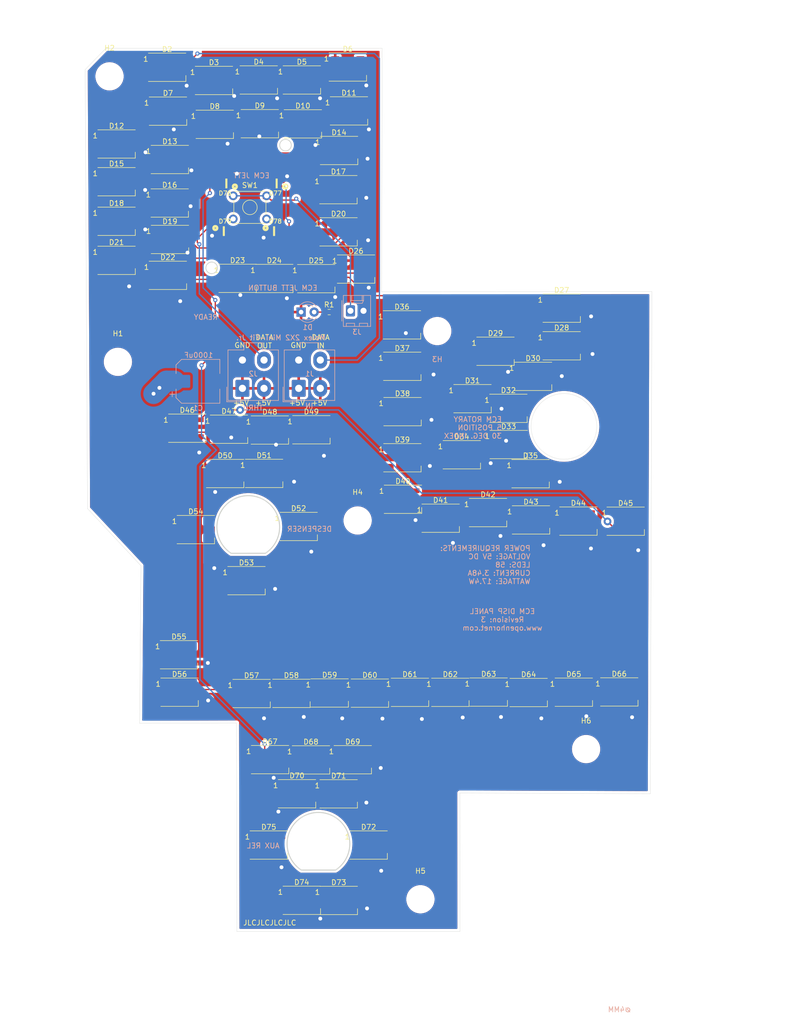
<source format=kicad_pcb>
(kicad_pcb (version 20211014) (generator pcbnew)
  (title_block (title "ECM DISP PANEL") (date "2023-03-29") (rev "3") (company "www.openhornet.com") (comment 1 "License: CC BY-NC-SA"))
  (layers (0 "F.Cu" signal) (31 "B.Cu" signal) (34 "B.Paste" user) (35 "F.Paste" user) (36 "B.SilkS" user "B.Silkscreen") (37 "F.SilkS" user "F.Silkscreen") (38 "B.Mask" user) (39 "F.Mask" user) (44 "Edge.Cuts" user))
  (net 0 "")
  (net 1 "/LEDGND")
  (net 2 "/LED+5V")
  (net 3 "Net-(D2-Pad2)")
  (net 4 "/DATAIN")
  (net 5 "Net-(D3-Pad2)")
  (net 6 "Net-(D4-Pad2)")
  (net 7 "Net-(D5-Pad2)")
  (net 8 "Net-(D6-Pad2)")
  (net 9 "Net-(D7-Pad2)")
  (net 10 "Net-(D8-Pad2)")
  (net 11 "Net-(D10-Pad4)")
  (net 12 "Net-(D10-Pad2)")
  (net 13 "Net-(D11-Pad2)")
  (net 14 "Net-(D12-Pad2)")
  (net 15 "Net-(D14-Pad2)")
  (net 16 "Net-(D15-Pad2)")
  (net 17 "Net-(D16-Pad2)")
  (net 18 "Net-(D17-Pad2)")
  (net 19 "Net-(D18-Pad2)")
  (net 20 "Net-(D19-Pad2)")
  (net 21 "Net-(D20-Pad2)")
  (net 22 "Net-(D21-Pad2)")
  (net 23 "Net-(D22-Pad2)")
  (net 24 "Net-(D23-Pad2)")
  (net 25 "Net-(D24-Pad2)")
  (net 26 "Net-(D26-Pad2)")
  (net 27 "Net-(D27-Pad2)")
  (net 28 "Net-(D28-Pad2)")
  (net 29 "Net-(D29-Pad2)")
  (net 30 "Net-(D30-Pad2)")
  (net 31 "Net-(D31-Pad2)")
  (net 32 "Net-(D32-Pad2)")
  (net 33 "Net-(D33-Pad2)")
  (net 34 "Net-(D34-Pad2)")
  (net 35 "Net-(D35-Pad2)")
  (net 36 "Net-(D36-Pad2)")
  (net 37 "/DATAOUT")
  (net 38 "Net-(D38-Pad2)")
  (net 39 "Net-(D39-Pad2)")
  (net 40 "Net-(D40-Pad2)")
  (net 41 "Net-(D41-Pad2)")
  (net 42 "Net-(D42-Pad2)")
  (net 43 "Net-(D43-Pad2)")
  (net 44 "Net-(D44-Pad2)")
  (net 45 "Net-(D45-Pad2)")
  (net 46 "Net-(D46-Pad2)")
  (net 47 "Net-(D47-Pad2)")
  (net 48 "Net-(D48-Pad2)")
  (net 49 "Net-(D50-Pad2)")
  (net 50 "Net-(D51-Pad2)")
  (net 51 "Net-(D52-Pad2)")
  (net 52 "Net-(D53-Pad2)")
  (net 53 "Net-(D54-Pad2)")
  (net 54 "Net-(D55-Pad2)")
  (net 55 "Net-(D56-Pad2)")
  (net 56 "Net-(D57-Pad2)")
  (net 57 "Net-(D58-Pad2)")
  (net 58 "Net-(D59-Pad2)")
  (net 59 "Net-(D13-Pad2)")
  (net 60 "Net-(D25-Pad2)")
  (net 61 "Net-(D37-Pad2)")
  (net 62 "Net-(D49-Pad2)")
  (net 63 "Net-(D60-Pad2)")
  (net 64 "Net-(D61-Pad2)")
  (net 65 "Net-(D62-Pad2)")
  (net 66 "Net-(D63-Pad2)")
  (net 67 "Net-(D64-Pad2)")
  (net 68 "Net-(D65-Pad2)")
  (net 69 "Net-(D66-Pad2)")
  (net 70 "Net-(D67-Pad2)")
  (net 71 "Net-(D68-Pad2)")
  (net 72 "Net-(D69-Pad2)")
  (net 73 "Net-(D70-Pad2)")
  (net 74 "Net-(D71-Pad2)")
  (net 75 "Net-(D72-Pad2)")
  (net 76 "Net-(D73-Pad2)")
  (net 77 "Net-(D74-Pad2)")
  (net 78 "Net-(D75-Pad2)")
  (net 79 "Net-(D1-Pad2)")
  (net 80 "Net-(D76-Pad1)")
  (net 81 "Net-(D77-Pad1)")
  (net 82 "Net-(D78-Pad1)")
  (net 83 "/SW_JETT")
  (footprint "OH_Footprints:LED_WS2812B_PLCC4_5.0x5.0mm_P3.2mm" (layer "F.Cu") (at 60.5536 12.4714)
    (fp_text reference "D2")
    (fp_text value "WS2812B")
  )
  (footprint "OH_Footprints:LED_WS2812B_PLCC4_5.0x5.0mm_P3.2mm" (layer "F.Cu") (at 69.6606 15.037)
    (fp_text reference "D3")
    (fp_text value "WS2812B")
  )
  (footprint "OH_Footprints:LED_WS2812B_PLCC4_5.0x5.0mm_P3.2mm" (layer "F.Cu") (at 78.3728 14.9354)
    (fp_text reference "D4")
    (fp_text value "WS2812B")
  )
  (footprint "OH_Footprints:LED_WS2812B_PLCC4_5.0x5.0mm_P3.2mm" (layer "F.Cu") (at 86.7548 14.9354)
    (fp_text reference "D5")
    (fp_text value "WS2812B")
  )
  (footprint "OH_Footprints:LED_WS2812B_PLCC4_5.0x5.0mm_P3.2mm" (layer "F.Cu") (at 95.6956 12.4208)
    (fp_text reference "D6")
    (fp_text value "WS2812B")
  )
  (footprint "OH_Footprints:LED_WS2812B_PLCC4_5.0x5.0mm_P3.2mm" (layer "F.Cu") (at 60.7176 21.0056)
    (fp_text reference "D7")
    (fp_text value "WS2812B")
  )
  (footprint "OH_Footprints:LED_WS2812B_PLCC4_5.0x5.0mm_P3.2mm" (layer "F.Cu") (at 69.813 23.5714)
    (fp_text reference "D8")
    (fp_text value "WS2812B")
  )
  (footprint "OH_Footprints:LED_WS2812B_PLCC4_5.0x5.0mm_P3.2mm" (layer "F.Cu") (at 78.576 23.444)
    (fp_text reference "D9")
    (fp_text value "WS2812B")
  )
  (footprint "OH_Footprints:LED_WS2812B_PLCC4_5.0x5.0mm_P3.2mm" (layer "F.Cu") (at 86.9558 23.4694)
    (fp_text reference "D10")
    (fp_text value "WS2812B")
  )
  (footprint "OH_Footprints:LED_WS2812B_PLCC4_5.0x5.0mm_P3.2mm" (layer "F.Cu") (at 95.9242 20.9548)
    (fp_text reference "D11")
    (fp_text value "WS2812B")
  )
  (footprint "OH_Footprints:LED_WS2812B_PLCC4_5.0x5.0mm_P3.2mm" (layer "F.Cu") (at 50.7122 27.381)
    (fp_text reference "D12")
    (fp_text value "WS2812B")
  )
  (footprint "OH_Footprints:LED_WS2812B_PLCC4_5.0x5.0mm_P3.2mm" (layer "F.Cu") (at 61.0754 30.4036)
    (fp_text reference "D13")
    (fp_text value "WS2812B")
  )
  (footprint "OH_Footprints:LED_WS2812B_PLCC4_5.0x5.0mm_P3.2mm" (layer "F.Cu") (at 93.9938 28.6514)
    (fp_text reference "D14")
    (fp_text value "WS2812B")
  )
  (footprint "OH_Footprints:LED_WS2812B_PLCC4_5.0x5.0mm_P3.2mm" (layer "F.Cu") (at 50.7122 34.7216)
    (fp_text reference "D15")
    (fp_text value "WS2812B")
  )
  (footprint "OH_Footprints:LED_WS2812B_PLCC4_5.0x5.0mm_P3.2mm" (layer "F.Cu") (at 61.05 38.8618)
    (fp_text reference "D16")
    (fp_text value "WS2812B")
  )
  (footprint "OH_Footprints:LED_WS2812B_PLCC4_5.0x5.0mm_P3.2mm" (layer "F.Cu") (at 93.8668 36.271)
    (fp_text reference "D17")
    (fp_text value "WS2812B")
  )
  (footprint "OH_Footprints:LED_WS2812B_PLCC4_5.0x5.0mm_P3.2mm" (layer "F.Cu") (at 50.7122 42.4178)
    (fp_text reference "D18")
    (fp_text value "WS2812B")
  )
  (footprint "OH_Footprints:LED_WS2812B_PLCC4_5.0x5.0mm_P3.2mm" (layer "F.Cu") (at 61.0986 45.9484)
    (fp_text reference "D19")
    (fp_text value "WS2812B")
  )
  (footprint "OH_Footprints:LED_WS2812B_PLCC4_5.0x5.0mm_P3.2mm" (layer "F.Cu") (at 93.8922 44.4752)
    (fp_text reference "D20")
    (fp_text value "WS2812B")
  )
  (footprint "OH_Footprints:LED_WS2812B_PLCC4_5.0x5.0mm_P3.2mm" (layer "F.Cu") (at 50.7122 50.0124)
    (fp_text reference "D21")
    (fp_text value "WS2812B")
  )
  (footprint "OH_Footprints:LED_WS2812B_PLCC4_5.0x5.0mm_P3.2mm" (layer "F.Cu") (at 60.6944 52.9338)
    (fp_text reference "D22")
    (fp_text value "WS2812B")
  )
  (footprint "OH_Footprints:LED_WS2812B_PLCC4_5.0x5.0mm_P3.2mm" (layer "F.Cu") (at 74.258 53.5178)
    (fp_text reference "D23")
    (fp_text value "WS2812B")
  )
  (footprint "OH_Footprints:LED_WS2812B_PLCC4_5.0x5.0mm_P3.2mm" (layer "F.Cu") (at 81.3954 53.543)
    (fp_text reference "D24")
    (fp_text value "WS2812B")
  )
  (footprint "OH_Footprints:LED_WS2812B_PLCC4_5.0x5.0mm_P3.2mm" (layer "F.Cu") (at 89.5488 53.5684)
    (fp_text reference "D25")
    (fp_text value "WS2812B")
  )
  (footprint "OH_Footprints:LED_WS2812B_PLCC4_5.0x5.0mm_P3.2mm" (layer "F.Cu") (at 97.2958 51.7142)
    (fp_text reference "D26")
    (fp_text value "WS2812B")
  )
  (footprint "OH_Footprints:LED_WS2812B_PLCC4_5.0x5.0mm_P3.2mm" (layer "F.Cu") (at 137.301 59.3092)
    (fp_text reference "D27")
    (fp_text value "WS2812B")
  )
  (footprint "OH_Footprints:LED_WS2812B_PLCC4_5.0x5.0mm_P3.2mm" (layer "F.Cu") (at 137.301 66.624)
    (fp_text reference "D28")
    (fp_text value "WS2812B")
  )
  (footprint "OH_Footprints:LED_WS2812B_PLCC4_5.0x5.0mm_P3.2mm" (layer "F.Cu") (at 124.423 67.6912)
    (fp_text reference "D29")
    (fp_text value "WS2812B")
  )
  (footprint "OH_Footprints:LED_WS2812B_PLCC4_5.0x5.0mm_P3.2mm" (layer "F.Cu") (at 131.736 72.5676)
    (fp_text reference "D30")
    (fp_text value "WS2812B")
  )
  (footprint "OH_Footprints:LED_WS2812B_PLCC4_5.0x5.0mm_P3.2mm" (layer "F.Cu") (at 119.953 76.9114)
    (fp_text reference "D31")
    (fp_text value "WS2812B")
  )
  (footprint "OH_Footprints:LED_WS2812B_PLCC4_5.0x5.0mm_P3.2mm" (layer "F.Cu") (at 126.935 78.7906)
    (fp_text reference "D32")
    (fp_text value "WS2812B")
  )
  (footprint "OH_Footprints:LED_WS2812B_PLCC4_5.0x5.0mm_P3.2mm" (layer "F.Cu") (at 126.988 85.8268)
    (fp_text reference "D33")
    (fp_text value "WS2812B")
  )
  (footprint "OH_Footprints:LED_WS2812B_PLCC4_5.0x5.0mm_P3.2mm" (layer "F.Cu") (at 117.87 87.808)
    (fp_text reference "D34")
    (fp_text value "WS2812B")
  )
  (footprint "OH_Footprints:LED_WS2812B_PLCC4_5.0x5.0mm_P3.2mm" (layer "F.Cu") (at 131.242 91.4908)
    (fp_text reference "D35")
    (fp_text value "WS2812B")
  )
  (footprint "OH_Footprints:LED_WS2812B_PLCC4_5.0x5.0mm_P3.2mm" (layer "F.Cu") (at 106.237 62.5604)
    (fp_text reference "D36")
    (fp_text value "WS2812B")
  )
  (footprint "OH_Footprints:LED_WS2812B_PLCC4_5.0x5.0mm_P3.2mm" (layer "F.Cu") (at 106.285 70.6118)
    (fp_text reference "D37")
    (fp_text value "WS2812B")
  )
  (footprint "OH_Footprints:LED_WS2812B_PLCC4_5.0x5.0mm_P3.2mm" (layer "F.Cu") (at 106.338 79.426)
    (fp_text reference "D38")
    (fp_text value "WS2812B")
  )
  (footprint "OH_Footprints:LED_WS2812B_PLCC4_5.0x5.0mm_P3.2mm" (layer "F.Cu") (at 106.311 88.3922)
    (fp_text reference "D39")
    (fp_text value "WS2812B")
  )
  (footprint "OH_Footprints:LED_WS2812B_PLCC4_5.0x5.0mm_P3.2mm" (layer "F.Cu") (at 106.426 96.4692)
    (fp_text reference "D40")
    (fp_text value "WS2812B")
  )
  (footprint "OH_Footprints:LED_WS2812B_PLCC4_5.0x5.0mm_P3.2mm" (layer "F.Cu") (at 113.755 100.152)
    (fp_text reference "D41")
    (fp_text value "WS2812B")
  )
  (footprint "OH_Footprints:LED_WS2812B_PLCC4_5.0x5.0mm_P3.2mm" (layer "F.Cu") (at 122.975 99.0602)
    (fp_text reference "D42")
    (fp_text value "WS2812B")
  )
  (footprint "OH_Footprints:LED_WS2812B_PLCC4_5.0x5.0mm_P3.2mm" (layer "F.Cu") (at 131.332 100.482)
    (fp_text reference "D43")
    (fp_text value "WS2812B")
  )
  (footprint "OH_Footprints:LED_WS2812B_PLCC4_5.0x5.0mm_P3.2mm" (layer "F.Cu") (at 140.552 100.711)
    (fp_text reference "D44")
    (fp_text value "WS2812B")
  )
  (footprint "OH_Footprints:LED_WS2812B_PLCC4_5.0x5.0mm_P3.2mm" (layer "F.Cu") (at 149.747 100.737)
    (fp_text reference "D45")
    (fp_text value "WS2812B")
  )
  (footprint "OH_Footprints:LED_WS2812B_PLCC4_5.0x5.0mm_P3.2mm" (layer "F.Cu") (at 64.4652 82.6516)
    (fp_text reference "D46")
    (fp_text value "WS2812B")
  )
  (footprint "OH_Footprints:LED_WS2812B_PLCC4_5.0x5.0mm_P3.2mm" (layer "F.Cu") (at 72.5816 82.8546)
    (fp_text reference "D47")
    (fp_text value "WS2812B")
  )
  (footprint "OH_Footprints:LED_WS2812B_PLCC4_5.0x5.0mm_P3.2mm" (layer "F.Cu") (at 80.5318 83.0074)
    (fp_text reference "D48")
    (fp_text value "WS2812B")
  )
  (footprint "OH_Footprints:LED_WS2812B_PLCC4_5.0x5.0mm_P3.2mm" (layer "F.Cu") (at 88.609 82.9562)
    (fp_text reference "D49")
    (fp_text value "WS2812B")
  )
  (footprint "OH_Footprints:LED_WS2812B_PLCC4_5.0x5.0mm_P3.2mm" (layer "F.Cu") (at 71.8312 91.4654)
    (fp_text reference "D50")
    (fp_text value "WS2812B")
  )
  (footprint "OH_Footprints:LED_WS2812B_PLCC4_5.0x5.0mm_P3.2mm" (layer "F.Cu") (at 79.4142 91.4402)
    (fp_text reference "D51")
    (fp_text value "WS2812B")
  )
  (footprint "OH_Footprints:LED_WS2812B_PLCC4_5.0x5.0mm_P3.2mm" (layer "F.Cu") (at 86.1314 101.752)
    (fp_text reference "D52")
    (fp_text value "WS2812B")
  )
  (footprint "OH_Footprints:LED_WS2812B_PLCC4_5.0x5.0mm_P3.2mm" (layer "F.Cu") (at 75.9852 112.294)
    (fp_text reference "D53")
    (fp_text value "WS2812B")
  )
  (footprint "OH_Footprints:LED_WS2812B_PLCC4_5.0x5.0mm_P3.2mm" (layer "F.Cu") (at 66.13 102.362)
    (fp_text reference "D54")
    (fp_text value "WS2812B")
  )
  (footprint "OH_Footprints:LED_WS2812B_PLCC4_5.0x5.0mm_P3.2mm" (layer "F.Cu") (at 62.8534 126.695)
    (fp_text reference "D55")
    (fp_text value "WS2812B")
  )
  (footprint "OH_Footprints:LED_WS2812B_PLCC4_5.0x5.0mm_P3.2mm" (layer "F.Cu") (at 62.9666 133.985)
    (fp_text reference "D56")
    (fp_text value "WS2812B")
  )
  (footprint "OH_Footprints:LED_WS2812B_PLCC4_5.0x5.0mm_P3.2mm" (layer "F.Cu") (at 76.9758 134.239)
    (fp_text reference "D57")
    (fp_text value "WS2812B")
  )
  (footprint "OH_Footprints:LED_WS2812B_PLCC4_5.0x5.0mm_P3.2mm" (layer "F.Cu") (at 84.7228 134.214)
    (fp_text reference "D58")
    (fp_text value "WS2812B")
  )
  (footprint "OH_Footprints:LED_WS2812B_PLCC4_5.0x5.0mm_P3.2mm" (layer "F.Cu") (at 92.165 134.137)
    (fp_text reference "D59")
    (fp_text value "WS2812B")
  )
  (footprint "OH_Footprints:LED_WS2812B_PLCC4_5.0x5.0mm_P3.2mm" (layer "F.Cu") (at 99.9882 134.163)
    (fp_text reference "D60")
    (fp_text value "WS2812B")
  )
  (footprint "OH_Footprints:LED_WS2812B_PLCC4_5.0x5.0mm_P3.2mm" (layer "F.Cu") (at 107.786 134.01)
    (fp_text reference "D61")
    (fp_text value "WS2812B")
  )
  (footprint "OH_Footprints:LED_WS2812B_PLCC4_5.0x5.0mm_P3.2mm" (layer "F.Cu") (at 115.635 134.01)
    (fp_text reference "D62")
    (fp_text value "WS2812B")
  )
  (footprint "OH_Footprints:LED_WS2812B_PLCC4_5.0x5.0mm_P3.2mm" (layer "F.Cu") (at 123.102 133.959)
    (fp_text reference "D63")
    (fp_text value "WS2812B")
  )
  (footprint "OH_Footprints:LED_WS2812B_PLCC4_5.0x5.0mm_P3.2mm" (layer "F.Cu") (at 130.875 134.036)
    (fp_text reference "D64")
    (fp_text value "WS2812B")
  )
  (footprint "OH_Footprints:LED_WS2812B_PLCC4_5.0x5.0mm_P3.2mm" (layer "F.Cu") (at 139.661 133.985)
    (fp_text reference "D65")
    (fp_text value "WS2812B")
  )
  (footprint "OH_Footprints:LED_WS2812B_PLCC4_5.0x5.0mm_P3.2mm" (layer "F.Cu") (at 148.502 133.934)
    (fp_text reference "D66")
    (fp_text value "WS2812B")
  )
  (footprint "OH_Footprints:LED_WS2812B_PLCC4_5.0x5.0mm_P3.2mm" (layer "F.Cu") (at 80.5688 147.091)
    (fp_text reference "D67")
    (fp_text value "WS2812B")
  )
  (footprint "OH_Footprints:LED_WS2812B_PLCC4_5.0x5.0mm_P3.2mm" (layer "F.Cu") (at 88.5328 147.142)
    (fp_text reference "D68")
    (fp_text value "WS2812B")
  )
  (footprint "OH_Footprints:LED_WS2812B_PLCC4_5.0x5.0mm_P3.2mm" (layer "F.Cu") (at 96.6608 147.117)
    (fp_text reference "D69")
    (fp_text value "WS2812B")
  )
  (footprint "OH_Footprints:LED_WS2812B_PLCC4_5.0x5.0mm_P3.2mm" (layer "F.Cu") (at 85.815 153.721)
    (fp_text reference "D70")
    (fp_text value "WS2812B")
  )
  (footprint "OH_Footprints:LED_WS2812B_PLCC4_5.0x5.0mm_P3.2mm" (layer "F.Cu") (at 93.9176 153.746)
    (fp_text reference "D71")
    (fp_text value "WS2812B")
  )
  (footprint "OH_Footprints:LED_WS2812B_PLCC4_5.0x5.0mm_P3.2mm" (layer "F.Cu") (at 99.7458 163.703)
    (fp_text reference "D72")
    (fp_text value "WS2812B")
  )
  (footprint "OH_Footprints:LED_WS2812B_PLCC4_5.0x5.0mm_P3.2mm" (layer "F.Cu") (at 93.9408 174.472)
    (fp_text reference "D73")
    (fp_text value "WS2812B")
  )
  (footprint "OH_Footprints:LED_WS2812B_PLCC4_5.0x5.0mm_P3.2mm" (layer "F.Cu") (at 86.741 174.447)
    (fp_text reference "D74")
    (fp_text value "WS2812B")
  )
  (footprint "OH_Footprints:LED_WS2812B_PLCC4_5.0x5.0mm_P3.2mm" (layer "F.Cu") (at 80.3264 163.703)
    (fp_text reference "D75")
    (fp_text value "WS2812B")
  )
  (footprint "OH_Footprints:WS2812-2020" (layer "F.Cu") (at 71.829572 35.060522)
    (fp_text reference "D76")
    (fp_text value "REF**" hide)
  )
  (footprint "OH_Footprints:WS2812-2020" (layer "F.Cu") (at 81.608572 35.060522)
    (fp_text reference "D77")
    (fp_text value "REF**" hide)
  )
  (footprint "OH_Footprints:WS2812-2020" (layer "F.Cu") (at 81.608572 44.331522 180)
    (fp_text reference "D78")
    (fp_text value "REF**" hide)
  )
  (footprint "OH_Footprints:WS2812-2020" (layer "F.Cu") (at 71.829572 44.331522 180)
    (fp_text reference "D79")
    (fp_text value "REF**" hide)
  )
  (footprint "OH_Footprints:R_0603_1608Metric" (layer "F.Cu") (at 92.075 60.071)
    (fp_text reference "R1")
    (fp_text value "470")
  )
  (footprint "OH_Footprints:SW_TH_Tactile_Omron_B3F-10xx" (layer "F.Cu") (at 73.406 37.465)
    (fp_text reference "SW1")
    (fp_text value "ECM JETT")
  )
  (footprint "OH_Footprints:MountingHole_4.5mm" (layer "F.Cu") (at 50.9778 69.7484)
    (fp_text reference "H1")
    (fp_text value "MountingHole")
  )
  (footprint "OH_Footprints:MountingHole_4.5mm" (layer "F.Cu") (at 49.350573 14.232522)
    (fp_text reference "H2")
    (fp_text value "MountingHole")
  )
  (footprint "OH_Footprints:MountingHole_4.5mm" (layer "F.Cu") (at 97.610573 100.592522)
    (fp_text reference "H4")
    (fp_text value "MountingHole")
  )
  (footprint "OH_Footprints:MountingHole_4.5mm" (layer "F.Cu") (at 109.8296 174.244)
    (fp_text reference "H5")
    (fp_text value "MountingHole")
  )
  (footprint "OH_Footprints:MountingHole_4.5mm" (layer "F.Cu") (at 142.060572 145.042522)
    (fp_text reference "H6")
    (fp_text value "MountingHole")
  )
  (footprint "OH_Footprints:Molex_Mini-Fit_Jr_5566-04A_2x02_P4.20mm_Vertical" (layer "B.Cu") (at 86.15 74.9)
    (fp_text reference "J1")
    (fp_text value "BL IN")
  )
  (footprint "OH_Footprints:Molex_Mini-Fit_Jr_5566-04A_2x02_P4.20mm_Vertical" (layer "B.Cu") (at 75.2 74.9)
    (fp_text reference "J2")
    (fp_text value "BL OUT")
  )
  (footprint "OH_Footprints:CP_Elec_8x10" (layer "B.Cu") (at 66.548 73.533)
    (fp_text reference "C1")
    (fp_text value "1000uF (C_Polarized)")
  )
  (footprint "OH_Footprints:LED_D3.0mm" (layer "B.Cu") (at 86.614 60.071)
    (fp_text reference "D1")
    (fp_text value "LED")
  )
  (footprint "OH_Footprints:Molex_KK-254_AE-6410-02A_1x02_P2.54mm_Vertical" (layer "B.Cu") (at 96.213572 59.825522)
    (fp_text reference "J3")
    (fp_text value "ECM JETT")
  )
  (footprint "OH_Footprints:MountingHole_4.5mm" (layer "B.Cu") (at 113.104572 63.762522)
    (fp_text reference "H3")
    (fp_text value "MountingHole")
  )
  (gr_line (start 154.8638 56.0832) (end 102.2604 56.1086) (layer "Edge.Cuts") (width 0.05))
  (gr_line (start 45.0596 98.2726) (end 55.4482 109.3724) (layer "Edge.Cuts") (width 0.05))
  (gr_line (start 74.041 139.9794) (end 74.1172 180.5178) (layer "Edge.Cuts") (width 0.05))
  (gr_line (start 48.6664 8.763) (end 44.6024 12.9286) (layer "Edge.Cuts") (width 0.05))
  (gr_circle (center 83.58 27.61) (end 84.705 27.61) (layer "Edge.Cuts") (width 0.15) (fill none))
  (gr_line (start 74.1172 180.5178) (end 117.5258 180.5178) (layer "Edge.Cuts") (width 0.05))
  (gr_line (start 55.4482 109.3724) (end 55.1942 140.0302) (layer "Edge.Cuts") (width 0.05))
  (gr_line (start 93.321655 168.562922) (end 86.66358 168.565588) (layer "Edge.Cuts") (width 0.2))
  (gr_line (start 117.5004 153.5938) (end 154.559 153.7208) (layer "Edge.Cuts") (width 0.05))
  (gr_circle (center 137.7442 82.296) (end 143.3068 85.4202) (layer "Edge.Cuts") (width 0.05) (fill none))
  (gr_arc (start 86.66358 168.565588) (mid 89.988132 157.361522) (end 93.321655 168.562922) (layer "Edge.Cuts") (width 0.2))
  (gr_arc (start 73.011079 106.970588) (mid 76.335633 95.766522) (end 79.669155 106.967923) (layer "Edge.Cuts") (width 0.2))
  (gr_line (start 102.3874 8.763) (end 48.6664 8.763) (layer "Edge.Cuts") (width 0.05))
  (gr_line (start 117.5258 180.5178) (end 117.5004 153.5938) (layer "Edge.Cuts") (width 0.05))
  (gr_circle (center 69.22 51.47) (end 70.345 51.47) (layer "Edge.Cuts") (width 0.15) (fill none))
  (gr_line (start 55.1942 140.0302) (end 74.041 139.9794) (layer "Edge.Cuts") (width 0.05))
  (gr_line (start 79.669155 106.967923) (end 73.011079 106.970588) (layer "Edge.Cuts") (width 0.2))
  (gr_line (start 102.2604 56.1086) (end 102.3874 8.763) (layer "Edge.Cuts") (width 0.05))
  (gr_line (start 154.559 153.7208) (end 154.8638 56.0832) (layer "Edge.Cuts") (width 0.05))
  (gr_line (start 44.6024 12.9286) (end 45.0596 98.2726) (layer "Edge.Cuts") (width 0.05))
  (gr_text "⌀4MM" (at 148.5646 195.6816) (layer "B.SilkS") (effects (font (size 1 1)) (justify mirror)))
  (gr_text "ECM JETT" (at 76.962 33.528) (layer "B.SilkS") (effects (font (size 1 1)) (justify mirror)))
  (gr_text "READY" (at 68.072 61.05) (layer "B.SilkS") (effects (font (size 1 1)) (justify mirror)))
  (gr_text "THRU" (at 77.25 78.7) (layer "B.SilkS") (effects (font (size 1 1)) (justify mirror)))
  (gr_text "Molex 2X2 Mini-Fit Jr." (at 82.7 65.05) (layer "B.SilkS") (effects (font (size 1 1)) (justify mirror)))
  (gr_text "IN" (at 88.2 78.3) (layer "B.SilkS") (effects (font (size 1 1)) (justify mirror)))
  (gr_text "ECM DISP PANEL\nRevision: 3\nwww.openhornet.com" (at 125.779172 119.871122) (layer "B.SilkS") (effects (font (size 1 1)) (justify mirror)))
  (gr_text "POWER REQUIREMENTS:\nVOLTAGE: 5V DC\nLEDS: 58\nCURRENT: 3.48A\nWATTAGE: 17.4W" (at 131.318 109.22) (layer "B.SilkS") (effects (font (size 1 1)) (justify left mirror)))
  (gr_text "DESPENSER" (at 88.25 102.25) (layer "B.SilkS") (effects (font (size 1 1)) (justify mirror)))
  (gr_text "ECM ROTARY\n5 POSITION\n30 DEG. INDEX" (at 125.73 82.55) (layer "B.SilkS") (effects (font (size 1 1)) (justify left mirror)))
  (gr_text "1000uF" (at 66.675 68.453) (layer "B.SilkS") (effects (font (size 1 1)) (justify mirror)))
  (gr_text "AUX REL" (at 79.248 163.83) (layer "B.SilkS") (effects (font (size 1 1)) (justify mirror)))
  (gr_text "ECM JETT BUTTON" (at 83.058 55.372) (layer "B.SilkS") (effects (font (size 1 1)) (justify mirror)))
  (gr_text "DATA\nIN" (at 90.424 65.786) (layer "F.SilkS") (effects (font (size 1 1))))
  (gr_text "+5V" (at 85.822 77.724) (layer "F.SilkS") (effects (font (size 1 1))))
  (gr_text "DATA\nOUT" (at 79.502 65.786) (layer "F.SilkS") (effects (font (size 1 1))))
  (gr_text "GND" (at 75.194143 66.522) (layer "F.SilkS") (effects (font (size 1 1))))
  (gr_text "+5V" (at 79.248 77.724) (layer "F.SilkS") (effects (font (size 1 1))))
  (gr_text "+5V" (at 74.93 77.724) (layer "F.SilkS") (effects (font (size 1 1))))
  (gr_text "GND" (at 86.106 66.522) (layer "F.SilkS") (effects (font (size 1 1))))
  (gr_text "JLCJLCJLCJLC" (at 80.518 178.816) (layer "F.SilkS") (effects (font (size 1 1))))
  (gr_text "+5V" (at 90.17 77.724) (layer "F.SilkS") (effects (font (size 1 1))))
  (segment (start 88.6 106.65) (end 88.6 106.7) (width 1) (layer "F.Cu") (net 1))
  (segment (start 69.9 95.05) (end 69.9 95) (width 1) (layer "F.Cu") (net 1))
  (segment (start 125.603 78.867) (end 125.2474 78.5114) (width 1) (layer "F.Cu") (net 1))
  (segment (start 83.0188 148.691) (end 82.9566 148.691) (width 1) (layer "F.Cu") (net 1))
  (segment (start 125.425 102.575) (end 125.4 102.6) (width 1) (layer "F.Cu") (net 1))
  (segment (start 110.109 139.192) (end 110.236 139.065) (width 1) (layer "F.Cu") (net 1))
  (segment (start 118.05 137.6) (end 118.05 138.9) (width 1) (layer "F.Cu") (net 1))
  (segment (start 96.393 155.448) (end 99.314 155.448) (width 1) (layer "F.Cu") (net 1))
  (segment (start 108.876 98.0692) (end 108.876 100.517) (width 1) (layer "F.Cu") (net 1))
  (segment (start 83.75 93.05) (end 85.25 93.05) (width 1) (layer "F.Cu") (net 1))
  (segment (start 89.2048 18.4452) (end 89.15 18.5) (width 1) (layer "F.Cu") (net 1))
  (segment (start 98.1456 15.9456) (end 98.2 16) (width 1) (layer "F.Cu") (net 1))
  (segment (start 53.1622 36.3216) (end 54.9966 36.3216) (width 1) (layer "F.Cu") (net 1))
  (segment (start 80.693572 44.881522) (end 80.042572 44.881522) (width 1) (layer "F.Cu") (net 1))
  (segment (start 71.8346 93.0654) (end 69.9 95.05) (width 1) (layer "F.Cu") (net 1))
  (segment (start 116.15 103.7) (end 116.15 104.95) (width 1) (layer "F.Cu") (net 1))
  (segment (start 108.687 64.1604) (end 106.9896 64.1604) (width 1) (layer "F.Cu") (net 1))
  (segment (start 108.735 72.2118) (end 112.382 72.2122) (width 1) (layer "F.Cu") (net 1))
  (segment (start 82.804 168.021) (end 82.7764 167.993) (width 1) (layer "F.Cu") (net 1))
  (segment (start 63.5254 32.0036) (end 64.7696 32.0036) (width 1) (layer "F.Cu") (net 1))
  (segment (start 91.9875 57.15) (end 93.25 57.15) (width 1) (layer "F.Cu") (net 1))
  (segment (start 80.7875 18.3625) (end 80.8228 18.3272) (width 1) (layer "F.Cu") (net 1))
  (segment (start 99.441 176.022) (end 99.3906 176.072) (width 1) (layer "F.Cu") (net 1))
  (segment (start 65.3034 128.295) (end 68.4784 128.295) (width 1) (layer "F.Cu") (net 1))
  (segment (start 96.3908 176.072) (end 99.441 176.022) (width 1) (layer "F.Cu") (net 1))
  (segment (start 83.0188 148.691) (end 83.0188 148.883) (width 1) (layer "F.Cu") (net 1))
  (segment (start 81.96 149.942) (end 81.28 150.622) (width 1) (layer "F.Cu") (net 1))
  (segment (start 151 137.55) (end 151 138.85) (width 1) (layer "F.Cu") (net 1))
  (segment (start 96.3422 46.0752) (end 98.1752 46.0752) (width 1) (layer "F.Cu") (net 1))
  (segment (start 92.9 60.071) (end 92.9 57.5) (width 0.25) (layer "F.Cu") (net 1))
  (segment (start 70.914572 44.881522) (end 69.628572 44.881522) (width 1) (layer "F.Cu") (net 1))
  (segment (start 66.802 87.376) (end 66.9152 87.2628) (width 1) (layer "F.Cu") (net 1))
  (segment (start 134.186 74.1676) (end 134.3574 74.1676) (width 1) (layer "F.Cu") (net 1))
  (segment (start 116.205 101.752) (end 116.205 103.645) (width 1) (layer "F.Cu") (net 1))
  (segment (start 64.146 40.4618) (end 65.119998 39.487802) (width 1) (layer "F.Cu") (net 1))
  (segment (start 102.1958 167.1958) (end 102.2 167.2) (width 1) (layer "F.Cu") (net 1))
  (segment (start 84.7 157.2) (end 82.2 157.2) (width 1) (layer "F.Cu") (net 1))
  (segment (start 142.1 137.5) (end 142.1 138.65) (width 1) (layer "F.Cu") (net 1))
  (segment (start 63.1676 22.6056) (end 63.1676 24.5324) (width 1) (layer "F.Cu") (net 1))
  (segment (start 79.35 25.044) (end 78.486 25.908) (width 1) (layer "F.Cu") (net 1))
  (segment (start 68.58 108.711999) (end 69.723001 109.855) (width 1) (layer "F.Cu") (net 1))
  (segment (start 139.751 60.9092) (end 143.027 60.9092) (width 1) (layer "F.Cu") (net 1))
  (segment (start 68.58 103.962) (end 68.58 108.711999) (width 1) (layer "F.Cu") (net 1))
  (segment (start 73.1 18.55) (end 73.6 18.05) (width 1) (layer "F.Cu") (net 1))
  (segment (start 74.2812 93.0654) (end 71.8346 93.0654) (width 1) (layer "F.Cu") (net 1))
  (segment (start 63.1676 24.5324) (end 63.15 24.55) (width 1) (layer "F.Cu") (net 1))
  (segment (start 143.002 102.311) (end 143.002 106.037) (width 1) (layer "F.Cu") (net 1))
  (segment (start 98.4 24.55) (end 98.4 22.5806) (width 1) (layer "F.Cu") (net 1))
  (segment (start 133.692 93.0908) (end 135.4842 93.0908) (width 1) (layer "F.Cu") (net 1))
  (segment (start 127.1266 80.3906) (end 125.603 78.867) (width 1) (layer "F.Cu") (net 1))
  (segment (start 83.0188 148.883) (end 81.28 150.622) (width 1) (layer "F.Cu") (net 1))
  (segment (start 91.9988 57.1387) (end 91.9875 57.15) (width 1) (layer "F.Cu") (net 1))
  (segment (start 72.05 18.55) (end 73.1 18.55) (width 1) (layer "F.Cu") (net 1))
  (segment (start 122.108 89.408) (end 122.15 89.45) (width 1) (layer "F.Cu") (net 1))
  (segment (start 80.8228 18.3272) (end 80.8228 16.5354) (width 1) (layer "F.Cu") (net 1))
  (segment (start 69.628572 44.881522) (end 69.289572 45.220522) (width 1) (layer "F.Cu") (net 1))
  (segment (start 87.1728 137.7147) (end 87.1375 137.75) (width 1) (layer "F.Cu") (net 1))
  (segment (start 136 72.525) (end 137.325 72.525) (width 1) (layer "F.Cu") (net 1))
  (segment (start 53.1812 29) (end 53.1622 28.981) (width 1) (layer "F.Cu") (net 1))
  (segment (start 128.8288 87.4268) (end 126.492 85.09) (width 1) (layer "F.Cu") (net 1))
  (segment (start 64.7696 32.0036) (end 65.278 32.512) (width 1) (layer "F.Cu") (net 1))
  (segment (start 63.5486 47.5484) (end 63.5504 47.5484) (width 1) (layer "F.Cu") (net 1))
  (segment (start 63 16.05) (end 64.35 16.05) (width 1) (layer "F.Cu") (net 1))
  (segment (start 125.552 135.702) (end 125.5 135.754) (width 1) (layer "F.Cu") (net 1))
  (segment (start 79.4258 137.7242) (end 79.4 137.75) (width 1) (layer "F.Cu") (net 1))
  (segment (start 86.579 155.321) (end 84.7 157.2) (width 1) (layer "F.Cu") (net 1))
  (segment (start 75.0316 84.4546) (end 73.0254 84.4546) (width 1) (layer "F.Cu") (net 1))
  (segment (start 142.111 135.585) (end 142.111 137.489) (width 1) (layer "F.Cu") (net 1))
  (segment (start 129.385 80.3906) (end 127.1266 80.3906) (width 1) (layer "F.Cu") (net 1))
  (segment (start 80.7875 18.5) (end 81.95 18.5) (width 1) (layer "F.Cu") (net 1))
  (segment (start 129.438 87.4268) (end 128.8288 87.4268) (width 1) (layer "F.Cu") (net 1))
  (segment (start 150.952 137.502) (end 151 137.55) (width 1) (layer "F.Cu") (net 1))
  (segment (start 135.5 93.075) (end 136.925 93.075) (width 1) (layer "F.Cu") (net 1))
  (segment (start 65.4166 135.585) (end 68.529 135.585) (width 1) (layer "F.Cu") (net 1))
  (segment (start 102.2 167.2) (end 102.2 168.7) (width 1) (layer "F.Cu") (net 1))
  (segment (start 63.1444 54.5338) (end 63.1444 56.5056) (width 1) (layer "F.Cu") (net 1))
  (segment (start 80.042572 44.881522) (end 79.322572 45.601522) (width 1) (layer "F.Cu") (net 1))
  (segment (start 79.4258 135.839) (end 79.4258 137.7242) (width 1) (layer "F.Cu") (net 1))
  (segment (start 63.5 40.4618) (end 64.146 40.4618) (width 1) (layer "F.Cu") (net 1))
  (segment (start 112.382 72.2122) (end 112.347 72.2118) (width 1) (layer "F.Cu") (net 1))
  (segment (start 143.307 68.2269) (end 143.304 68.224) (width 1) (layer "F.Cu") (net 1))
  (segment (start 66.9152 84.2516) (end 66.802 87.376) (width 1) (layer "F.Cu") (net 1))
  (segment (start 126.873 69.2912) (end 126.873 71.694) (width 1) (layer "F.Cu") (net 1))
  (segment (start 88.265 155.321) (end 86.579 155.321) (width 1) (layer "F.Cu") (net 1))
  (segment (start 135.4842 93.0908) (end 135.5 93.075) (width 1) (layer "F.Cu") (net 1))
  (segment (start 72.744572 34.510522) (end 74.099572 33.155522) (width 1) (layer "F.Cu") (net 1))
  (segment (start 63.0036 16.0464) (end 63 16.05) (width 1) (layer "F.Cu") (net 1))
  (segment (start 56.35 29) (end 53.1812 29) (width 1) (layer "F.Cu") (net 1))
  (segment (start 89.191 176.047) (end 89.191 177.991) (width 1) (layer "F.Cu") (net 1))
  (segment (start 88.5814 103.352) (end 88.5814 105.2314) (width 1) (layer "F.Cu") (net 1))
  (segment (start 90.9828 148.742) (end 89.7828 149.942) (width 1) (layer "F.Cu") (net 1))
  (segment (start 89.191 177.991) (end 89.2 178) (width 1) (layer "F.Cu") (net 1))
  (segment (start 99.7458 53.3142) (end 99.7712 55.3212) (width 1) (layer "F.Cu") (net 1))
  (segment (start 63.0036 14.0714) (end 63.0036 16.0464) (width 1) (layer "F.Cu") (net 1))
  (segment (start 102.108 148.717) (end 102.235 148.717) (width 1) (layer "F.Cu") (net 1))
  (segment (start 108.761 89.9922) (end 111.661 89.9922) (width 1) (layer "F.Cu") (net 1))
  (segment (start 96.3676 155.423) (end 96.393 155.448) (width 1) (layer "F.Cu") (net 1))
  (segment (start 99.1108 148.717) (end 102.108 148.717) (width 1) (layer "F.Cu") (net 1))
  (segment (start 82.523572 34.510522) (end 83.047572 34.510522) (width 1) (layer "F.Cu") (net 1))
  (segment (start 129.385 80.3906) (end 129.307 80.3906) (width 1) (layer "F.Cu") (net 1))
  (segment (start 63.1 56.55) (end 63.1 57.95) (width 1) (layer "F.Cu") (net 1))
  (segment (start 89.15 18.5) (end 90.3 18.5) (width 1) (layer "F.Cu") (net 1))
  (segment (start 72.3138 27.3304) (end 72.263 27.1526) (width 1) (layer "F.Cu") (net 1))
  (segment (start 96.3168 37.871) (end 98.129 37.871) (width 1) (layer "F.Cu") (net 1))
  (segment (start 108.788 81.026) (end 111.976 81.026) (width 1) (layer "F.Cu") (net 1))
  (segment (start 98.2 46.1) (end 99.65 46.1) (width 1) (layer "F.Cu") (net 1))
  (segment (start 98.1752 46.0752) (end 98.2 46.1) (width 1) (layer "F.Cu") (net 1))
  (segment (start 98.4 24.55) (end 99.8 24.55) (width 1) (layer "F.Cu") (net 1))
  (segment (start 98.15 37.85) (end 99.3 37.85) (width 1) (layer "F.Cu") (net 1))
  (segment (start 55 36.325) (end 56.275 36.325) (width 1) (layer "F.Cu") (net 1))
  (segment (start 102.4382 135.763) (end 102.438 135.763) (width 1) (layer "F.Cu") (net 1))
  (segment (start 133.325 135.636) (end 133.35 139.065) (width 1) (layer "F.Cu") (net 1))
  (segment (start 83.8454 55.143) (end 83.8454 57.3786) (width 1) (layer "F.Cu") (net 1))
  (segment (start 72.263 25.1714) (end 72.3138 27.3304) (width 1) (layer "F.Cu") (net 1))
  (segment (start 54.9966 36.3216) (end 55 36.325) (width 1) (layer "F.Cu") (net 1))
  (segment (start 125.2474 78.5114) (end 122.403 78.5114) (width 1) (layer "F.Cu") (net 1))
  (segment (start 122.15 89.45) (end 123.5 89.45) (width 1) (layer "F.Cu") (net 1))
  (segment (start 72.1106 16.637) (end 72.1106 18.4894) (width 1) (layer "F.Cu") (net 1))
  (segment (start 91.9988 55.1684) (end 91.9988 57.1387) (width 1) (layer "F.Cu") (net 1))
  (segment (start 125.5 135.754) (end 125.5 138.8) (width 1) (layer "F.Cu") (net 1))
  (segment (start 80.7875 18.5) (end 80.7875 18.3625) (width 1) (layer "F.Cu") (net 1))
  (segment (start 102.1958 165.303) (end 102.1958 167.1958) (width 1) (layer "F.Cu") (net 1))
  (segment (start 150.952 135.534) (end 150.952 137.502) (width 1) (layer "F.Cu") (net 1))
  (segment (start 53.1622 51.6124) (end 53.1622 55.0672) (width 1) (layer "F.Cu") (net 1))
  (segment (start 139.751 68.224) (end 143.307 68.2269) (width 1) (layer "F.Cu") (net 1))
  (segment (start 96.4438 30.2514) (end 99.5426 30.2514) (width 1) (layer "F.Cu") (net 1))
  (segment (start 94.615 135.737) (end 94.615 139.065) (width 1) (layer "F.Cu") (net 1))
  (segment (start 118.085 135.61) (end 118.085 137.565) (width 1) (layer "F.Cu") (net 1))
  (segment (start 133.782 102.082) (end 133.782 105.4) (width 1) (layer "F.Cu") (net 1))
  (segment (start 88.6 105.25) (end 88.6 106.65) (width 1) (layer "F.Cu") (net 1))
  (segment (start 74.099572 33.155522) (end 74.115572 33.155522) (width 1) (layer "F.Cu") (net 1))
  (segment (start 152.197 102.337) (end 152.197 106.375) (width 1) (layer "F.Cu") (net 1))
  (segment (start 99.7712 55.3212) (end 99.7458 55.3212) (width 1) (layer "F.Cu") (net 1))
  (segment (start 87.1728 135.814) (end 87.1728 137.7147) (width 1) (layer "F.Cu") (net 1))
  (segment (start 142.111 137.489) (end 142.1 137.5) (width 1) (layer "F.Cu") (net 1))
  (segment (start 102.438 135.763) (end 102.438 139.116) (width 1) (layer "F.Cu") (net 1))
  (segment (start 89.2 178) (end 90.35 178) (width 1) (layer "F.Cu") (net 1))
  (segment (start 116.205 103.645) (end 116.15 103.7) (width 1) (layer "F.Cu") (net 1))
  (segment (start 53.18 44) (end 53.1622 44.0178) (width 1) (layer "F.Cu") (net 1))
  (segment (start 120.32 89.408) (end 122.108 89.408) (width 1) (layer "F.Cu") (net 1))
  (segment (start 82.9818 84.6074) (end 81.7372 85.852) (width 1) (layer "F.Cu") (net 1))
  (segment (start 89.7828 149.942) (end 81.96 149.942) (width 1) (layer "F.Cu") (net 1))
  (segment (start 88.5814 105.2314) (end 88.6 105.25) (width 1) (layer "F.Cu") (net 1))
  (segment (start 110.236 135.61) (end 110.109 139.192) (width 1) (layer "F.Cu") (net 1))
  (segment (start 76.4322 55.1178) (end 74.792 56.758) (width 1) (layer "F.Cu") (net 1))
  (segment (start 81.8642 93.0402) (end 83.7402 93.0402) (width 1) (layer "F.Cu") (net 1))
  (segment (start 92.9 57.5) (end 93.25 57.15) (width 0.25) (layer "F.Cu") (net 1))
  (segment (start 63.1444 56.5056) (end 63.1 56.55) (width 1) (layer "F.Cu") (net 1))
  (segment (start 81.026 25.044) (end 79.35 25.044) (width 1) (layer "F.Cu") (net 1))
  (segment (start 125.425 100.6602) (end 125.425 102.575) (width 1) (layer "F.Cu") (net 1))
  (segment (start 74.2812 93.0654) (end 74.0666 93.0654) (width 1) (layer "F.Cu") (net 1))
  (segment (start 125.552 135.559) (end 125.552 135.702) (width 1) (layer "F.Cu") (net 1))
  (segment (start 133.35 139.065) (end 133.325 139.04) (width 1) (layer "F.Cu") (net 1))
  (segment (start 89.4058 25.0694) (end 89.4058 27.5866) (width 1) (layer "F.Cu") (net 1))
  (segment (start 125.4 102.6) (end 125.4 103.6) (width 1) (layer "F.Cu") (net 1))
  (segment (start 91.059 84.5562) (end 91.059 88.011) (width 1) (layer "F.Cu") (net 1))
  (segment (start 83.047572 34.510522) (end 83.894572 33.663522) (width 1) (layer "F.Cu") (net 1))
  (segment (start 79.4 137.75) (end 79.4 139.05) (width 1) (layer "F.Cu") (net 1))
  (segment (start 63.15 24.55) (end 61.85 24.55) (width 1) (layer "F.Cu") (net 1))
  (segment (start 56.3 44) (end 53.18 44) (width 1) (layer "F.Cu") (net 1))
  (segment (start 98.4 22.5806) (end 98.3742 22.5548) (width 1) (layer "F.Cu") (net 1))
  (segment (start 76.708 55.1178) (end 76.4322 55.1178) (width 1) (layer "F.Cu") (net 1))
  (segment (start 63.5504 47.5484) (end 64.516 48.514) (width 1) (layer "F.Cu") (net 1))
  (segment (start 72.1106 18.4894) (end 72.05 18.55) (width 1) (layer "F.Cu") (net 1))
  (segment (start 89.2048 16.5354) (end 89.2048 18.4452) (width 1) (layer "F.Cu") (net 1))
  (segment (start 78.4352 113.894) (end 81.5594 113.894) (width 1) (layer "F.Cu") (net 1))
  (segment (start 96.3676 155.346) (end 96.3676 155.423) (width 1) (layer "F.Cu") (net 1))
  (segment (start 134.3574 74.1676) (end 136 72.525) (width 1) (layer "F.Cu") (net 1))
  (segment (start 82.7764 165.303) (end 82.804 168.021) (width 1) (layer "F.Cu") (net 1))
  (segment (start 98.1456 14.0208) (end 98.1456 15.9456) (width 1) (layer "F.Cu") (net 1))
  (segment (start 87.1375 137.75) (end 87.1375 138.7875) (width 1) (layer "F.Cu") (net 1))
  (segment (start 83.7402 93.0402) (end 83.75 93.05) (width 1) (layer "F.Cu") (net 1))
  (segment (start 118.085 137.565) (end 118.05 137.6) (width 1) (layer "F.Cu") (net 1))
  (segment (start 98.129 37.871) (end 98.15 37.85) (width 1) (layer "F.Cu") (net 1))
  (segment (start 98.2 16) (end 99.3 16) (width 1) (layer "F.Cu") (net 1))
  (via (at 73.6 18.05) (size 1.5) (drill 0.75) (layers "F.Cu" "B.Cu") (net 1))
  (via (at 111.976 81.026) (size 1.5) (drill 0.75) (layers "F.Cu" "B.Cu") (net 1))
  (via (at 85.25 93.05) (size 1.5) (drill 0.75) (layers "F.Cu" "B.Cu") (net 1))
  (via (at 99.5426 30.2514) (size 1.5) (drill 0.75) (layers "F.Cu" "B.Cu") (net 1))
  (via (at 143.027 60.9092) (size 1.5) (drill 0.75) (layers "F.Cu" "B.Cu") (net 1))
  (via (at 152.197 106.375) (size 1.5) (drill 0.75) (layers "F.Cu" "B.Cu") (net 1))
  (via (at 68.4784 128.295) (size 1.5) (drill 0.75) (layers "F.Cu" "B.Cu") (net 1))
  (via (at 99.8 24.55) (size 1.5) (drill 0.75) (layers "F.Cu" "B.Cu") (net 1))
  (via (at 99.441 176.022) (size 1.5) (drill 0.75) (layers "F.Cu" "B.Cu") (net 1))
  (via (at 99.65 46.1) (size 1.5) (drill 0.75) (layers "F.Cu" "B.Cu") (net 1))
  (via (at 79.4 139.05) (size 1.5) (drill 0.75) (layers "F.Cu" "B.Cu") (net 1))
  (via (at 110.109 139.192) (size 1.5) (drill 0.75) (layers "F.Cu" "B.Cu") (net 1))
  (via (at 133.35 139.065) (size 1.5) (drill 0.75) (layers "F.Cu" "B.Cu") (net 1))
  (via (at 108.876 100.517) (size 1.5) (drill 0.75) (layers "F.Cu" "B.Cu") (net 1))
  (via (at 78.486 25.908) (size 1.5) (drill 0.75) (layers "F.Cu" "B.Cu") (net 1))
  (via (at 99.7712 55.3212) (size 1.5) (drill 0.75) (layers "F.Cu" "B.Cu") (net 1))
  (via (at 136.925 93.075) (size 1.5) (drill 0.75) (layers "F.Cu" "B.Cu") (net 1))
  (via (at 61.85 24.55) (size 1.5) (drill 0.75) (layers "F.Cu" "B.Cu") (net 1))
  (via (at 68.529 135.585) (size 1.5) (drill 0.75) (layers "F.Cu" "B.Cu") (net 1))
  (via (at 90.3 18.5) (size 1.5) (drill 0.75) (layers "F.Cu" "B.Cu") (net 1))
  (via (at 87.1375 138.7875) (size 1.5) (drill 0.75) (layers "F.Cu" "B.Cu") (net 1))
  (via (at 99.3 37.85) (size 1.5) (drill 0.75) (layers "F.Cu" "B.Cu") (net 1))
  (via (at 69.723001 109.855) (size 1.5) (drill 0.75) (layers "F.Cu" "B.Cu") (net 1))
  (via (at 56.3 44) (size 1.5) (drill 0.75) (layers "F.Cu" "B.Cu") (net 1))
  (via (at 69.9 95.05) (size 1.5) (drill 0.75) (layers "F.Cu" "B.Cu") (net 1))
  (via (at 137.325 72.525) (size 1.5) (drill 0.75) (layers "F.Cu" "B.Cu") (net 1))
  (via (at 126.873 71.694) (size 1.5) (drill 0.75) (layers "F.Cu" "B.Cu") (net 1))
  (via (at 82.2 157.2) (size 1.5) (drill 0.75) (layers "F.Cu" "B.Cu") (net 1))
  (via (at 82.804 168.021) (size 1.5) (drill 0.75) (layers "F.Cu" "B.Cu") (net 1))
  (via (at 73.0254 84.4546) (size 1.5) (drill 0.75) (layers "F.Cu" "B.Cu") (net 1))
  (via (at 126.492 85.09) (size 1.5) (drill 0.75) (layers "F.Cu" "B.Cu") (net 1))
  (via (at 83.894572 33.663522) (size 1.5) (drill 0.75) (layers "F.Cu" "B.Cu") (net 1))
  (via (at 106.9896 64.1604) (size 1.5) (drill 0.75) (layers "F.Cu" "B.Cu") (net 1))
  (via (at 74.115572 33.155522) (size 1.5) (drill 0.75) (layers "F.Cu" "B.Cu") (net 1))
  (via (at 102.108 148.717) (size 1.5) (drill 0.75) (layers "F.Cu" "B.Cu") (net 1))
  (via (at 72.3138 27.3304) (size 1.5) (drill 0.75) (layers "F.Cu" "B.Cu") (net 1))
  (via (at 111.661 89.9922) (size 1.5) (drill 0.75) (layers "F.Cu" "B.Cu") (net 1))
  (via (at 99.314 155.448) (size 1.5) (drill 0.75) (layers "F.Cu" "B.Cu") (net 1))
  (via (at 142.1 138.65) (size 1.5) (drill 0.75) (layers "F.Cu" "B.Cu") (net 1))
  (via (at 88.6 106.65) (size 1.5) (drill 0.75) (layers "F.Cu" "B.Cu") (net 1))
  (via (at 143.002 106.037) (size 1.5) (drill 0.75) (layers "F.Cu" "B.Cu") (net 1))
  (via (at 102.2 168.7) (size 1.5) (drill 0.75) (layers "F.Cu" "B.Cu") (net 1))
  (via (at 90.35 178) (size 1.5) (drill 0.75) (layers "F.Cu" "B.Cu") (net 1))
  (via (at 81.7372 85.852) (size 1.5) (drill 0.75) (layers "F.Cu" "B.Cu") (net 1))
  (via (at 74.792 56.758) (size 1.5) (drill 0.75) (layers "F.Cu" "B.Cu") (net 1))
  (via (at 56.35 29) (size 1.5) (drill 0.75) (layers "F.Cu" "B.Cu") (net 1))
  (via (at 79.322572 45.601522) (size 1.5) (drill 0.75) (layers "F.Cu" "B.Cu") (net 1))
  (via (at 112.382 72.2122) (size 1.5) (drill 0.75) (layers "F.Cu" "B.Cu") (net 1))
  (via (at 133.782 105.4) (size 1.5) (drill 0.75) (layers "F.Cu" "B.Cu") (net 1))
  (via (at 143.307 68.2269) (size 1.5) (drill 0.75) (layers "F.Cu" "B.Cu") (net 1))
  (via (at 69.289572 45.220522) (size 1.5) (drill 0.75) (layers "F.Cu" "B.Cu") (net 1))
  (via (at 81.28 150.622) (size 1.5) (drill 0.75) (layers "F.Cu" "B.Cu") (net 1))
  (via (at 63.1 57.95) (size 1.5) (drill 0.75) (layers "F.Cu" "B.Cu") (net 1))
  (via (at 81.5594 113.894) (size 1.5) (drill 0.75) (layers "F.Cu" "B.Cu") (net 1))
  (via (at 99.3 16) (size 1.5) (drill 0.75) (layers "F.Cu" "B.Cu") (net 1))
  (via (at 53.1622 55.0672) (size 1.5) (drill 0.75) (layers "F.Cu" "B.Cu") (net 1))
  (via (at 118.05 138.9) (size 1.5) (drill 0.75) (layers "F.Cu" "B.Cu") (net 1))
  (via (at 89.4058 27.5866) (size 1.5) (drill 0.75) (layers "F.Cu" "B.Cu") (net 1))
  (via (at 151 138.85) (size 1.5) (drill 0.75) (layers "F.Cu" "B.Cu") (net 1))
  (via (at 125.4 103.6) (size 1.5) (drill 0.75) (layers "F.Cu" "B.Cu") (net 1))
  (via (at 81.95 18.5) (size 1.5) (drill 0.75) (layers "F.Cu" "B.Cu") (net 1))
  (via (at 56.275 36.325) (size 1.5) (drill 0.75) (layers "F.Cu" "B.Cu") (net 1))
  (via (at 83.8454 57.3786) (size 1.5) (drill 0.75) (layers "F.Cu" "B.Cu") (net 1))
  (via (at 93.25 57.15) (size 1.5) (drill 0.75) (layers "F.Cu" "B.Cu") (net 1))
  (via (at 65.119998 39.487802) (size 1.5) (drill 0.75) (layers "F.Cu" "B.Cu") (net 1))
  (via (at 125.5 138.8) (size 1.5) (drill 0.75) (layers "F.Cu" "B.Cu") (net 1))
  (via (at 91.059 88.011) (size 1.5) (drill 0.75) (layers "F.Cu" "B.Cu") (net 1))
  (via (at 102.438 139.116) (size 1.5) (drill 0.75) (layers "F.Cu" "B.Cu") (net 1))
  (via (at 64.35 16.05) (size 1.5) (drill 0.75) (layers "F.Cu" "B.Cu") (net 1))
  (via (at 66.802 87.376) (size 1.5) (drill 0.75) (layers "F.Cu" "B.Cu") (net 1))
  (via (at 125.603 78.867) (size 1.5) (drill 0.75) (layers "F.Cu" "B.Cu") (net 1))
  (via (at 64.516 48.514) (size 1.5) (drill 0.75) (layers "F.Cu" "B.Cu") (net 1))
  (via (at 116.15 104.95) (size 1.5) (drill 0.75) (layers "F.Cu" "B.Cu") (net 1))
  (via (at 123.5 89.45) (size 1.5) (drill 0.75) (layers "F.Cu" "B.Cu") (net 1))
  (via (at 94.615 139.065) (size 1.5) (drill 0.75) (layers "F.Cu" "B.Cu") (net 1))
  (via (at 65.278 32.512) (size 1.5) (drill 0.75) (layers "F.Cu" "B.Cu") (net 1))
  (via (at 59.055 74.803) (size 1.5) (drill 0.75) (layers "F.Cu" "B.Cu") (net 2))
  (via (at 57.912 75.946) (size 1.5) (drill 0.75) (layers "F.Cu" "B.Cu") (net 2))
  (segment (start 59.055 74.803) (end 57.912 75.946) (width 4) (layer "B.Cu") (net 2))
  (segment (start 61.9914 73.4552) (end 60.4028 73.4552) (width 4) (layer "B.Cu") (net 2))
  (segment (start 60.4028 73.4552) (end 59.055 74.803) (width 4) (layer "B.Cu") (net 2))
  (segment (start 59.563001 12.611999) (end 58.1036 14.0714) (width 0.25) (layer "F.Cu") (net 3))
  (segment (start 72.1106 13.437) (end 71.285599 12.611999) (width 0.25) (layer "F.Cu") (net 3))
  (segment (start 71.285599 12.611999) (end 59.563001 12.611999) (width 0.25) (layer "F.Cu") (net 3))
  (segment (start 63.0036 10.8714) (end 65.3786 10.8714) (width 0.25) (layer "F.Cu") (net 4))
  (segment (start 65.3786 10.8714) (end 66.45 9.8) (width 0.25) (layer "F.Cu") (net 4))
  (via (at 66.45 9.8) (size 0.8) (drill 0.4) (layers "F.Cu" "B.Cu") (net 4))
  (segment (start 97.561094 69.4) (end 101.85 65.111094) (width 0.25) (layer "B.Cu") (net 4))
  (segment (start 100.9 9.8) (end 66.45 9.8) (width 0.25) (layer "B.Cu") (net 4))
  (segment (start 101.85 65.111094) (end 101.85 10.75) (width 0.25) (layer "B.Cu") (net 4))
  (segment (start 90.35 69.4) (end 97.561094 69.4) (width 0.25) (layer "B.Cu") (net 4))
  (segment (start 101.85 10.75) (end 100.9 9.8) (width 0.25) (layer "B.Cu") (net 4))
  (segment (start 76.999601 15.710399) (end 68.137201 15.710399) (width 0.25) (layer "F.Cu") (net 5))
  (segment (start 79.3746 13.3354) (end 76.999601 15.710399) (width 0.25) (layer "F.Cu") (net 5))
  (segment (start 68.137201 15.710399) (end 67.2106 16.637) (width 0.25) (layer "F.Cu") (net 5))
  (segment (start 80.8228 13.3354) (end 79.3746 13.3354) (width 0.25) (layer "F.Cu") (net 5))
  (segment (start 75.9228 16.5354) (end 77.8939 16.5354) (width 0.25) (layer "F.Cu") (net 6))
  (segment (start 77.8939 16.5354) (end 80.268899 14.160401) (width 0.25) (layer "F.Cu") (net 6))
  (segment (start 88.379799 14.160401) (end 89.2048 13.3354) (width 0.25) (layer "F.Cu") (net 6))
  (segment (start 80.268899 14.160401) (end 88.379799 14.160401) (width 0.25) (layer "F.Cu") (net 6))
  (segment (start 98.1456 10.8208) (end 98.1456 11.5708) (width 0.25) (layer "F.Cu") (net 7))
  (segment (start 85.129801 15.710399) (end 84.3048 16.5354) (width 0.25) (layer "F.Cu") (net 7))
  (segment (start 98.1456 11.5708) (end 94.006001 15.710399) (width 0.25) (layer "F.Cu") (net 7))
  (segment (start 94.006001 15.710399) (end 85.129801 15.710399) (width 0.25) (layer "F.Cu") (net 7))
  (segment (start 63.318041 19.556041) (end 63.1676 19.4056) (width 0.25) (layer "F.Cu") (net 8))
  (segment (start 75.509669 19.556041) (end 63.318041 19.556041) (width 0.25) (layer "F.Cu") (net 8))
  (segment (start 79.805619 15.260091) (end 75.509669 19.556041) (width 0.25) (layer "F.Cu") (net 8))
  (segment (start 92.006309 15.260091) (end 79.805619 15.260091) (width 0.25) (layer "F.Cu") (net 8))
  (segment (start 93.2456 14.0208) (end 92.006309 15.260091) (width 0.25) (layer "F.Cu") (net 8))
  (segment (start 65.837989 24.224999) (end 65.837989 25.8445) (width 0.25) (layer "F.Cu") (net 9))
  (segment (start 66.941597 23.121391) (end 65.837989 24.224999) (width 0.25) (layer "F.Cu") (net 9))
  (segment (start 68.57261 23.12139) (end 66.941597 23.121391) (width 0.25) (layer "F.Cu") (net 9))
  (segment (start 65.837989 25.8445) (end 61.5065 25.8445) (width 0.25) (layer "F.Cu") (net 9))
  (segment (start 72.263 21.9714) (end 69.7226 21.9714) (width 0.25) (layer "F.Cu") (net 9))
  (segment (start 61.5065 25.8445) (end 58.2676 22.6056) (width 0.25) (layer "F.Cu") (net 9))
  (segment (start 69.7226 21.9714) (end 68.57261 23.12139) (width 0.25) (layer "F.Cu") (net 9))
  (segment (start 81.026 21.844) (end 79.9507 21.844) (width 0.25) (layer "F.Cu") (net 10))
  (segment (start 68.4383 25.1714) (end 69.3911 24.2186) (width 0.25) (layer "F.Cu") (net 10))
  (segment (start 77.5761 24.2186) (end 79.9507 21.844) (width 0.25) (layer "F.Cu") (net 10))
  (segment (start 69.3911 24.2186) (end 77.5761 24.2186) (width 0.25) (layer "F.Cu") (net 10))
  (segment (start 67.363 25.1714) (end 68.4383 25.1714) (width 0.25) (layer "F.Cu") (net 10))
  (segment (start 79.11094 23.32017) (end 77.38711 25.044) (width 0.25) (layer "F.Cu") (net 11))
  (segment (start 89.4058 21.8694) (end 87.95503 23.32017) (width 0.25) (layer "F.Cu") (net 11))
  (segment (start 77.38711 25.044) (end 76.126 25.044) (width 0.25) (layer "F.Cu") (net 11))
  (segment (start 87.95503 23.32017) (end 79.11094 23.32017) (width 0.25) (layer "F.Cu") (net 11))
  (segment (start 94.2349 24.2441) (end 86.4064 24.2441) (width 0.25) (layer "F.Cu") (net 12))
  (segment (start 98.3742 20.1048) (end 94.2349 24.2441) (width 0.25) (layer "F.Cu") (net 12))
  (segment (start 85.5811 25.0694) (end 84.5058 25.0694) (width 0.25) (layer "F.Cu") (net 12))
  (segment (start 98.3742 19.3548) (end 98.3742 20.1048) (width 0.25) (layer "F.Cu") (net 12))
  (segment (start 86.4064 24.2441) (end 85.5811 25.0694) (width 0.25) (layer "F.Cu") (net 12))
  (segment (start 66.993578 23.70582) (end 66.287999 24.411399) (width 0.25) (layer "F.Cu") (net 13))
  (segment (start 66.024389 26.29451) (end 53.67571 26.29451) (width 0.25) (layer "F.Cu") (net 13))
  (segment (start 86.570038 22.87016) (end 82.36716 22.87016) (width 0.25) (layer "F.Cu") (net 13))
  (segment (start 80.004421 21.018999) (end 77.3176 23.70582) (width 0.25) (layer "F.Cu") (net 13))
  (segment (start 88.395799 21.044399) (end 86.570038 22.87016) (width 0.25) (layer "F.Cu") (net 13))
  (segment (start 77.3176 23.70582) (end 66.993578 23.70582) (width 0.25) (layer "F.Cu") (net 13))
  (segment (start 82.036001 21.018999) (end 80.004421 21.018999) (width 0.25) (layer "F.Cu") (net 13))
  (segment (start 82.101001 21.083999) (end 82.036001 21.018999) (width 0.25) (layer "F.Cu") (net 13))
  (segment (start 66.287999 24.411399) (end 66.287999 26.0309) (width 0.25) (layer "F.Cu") (net 13))
  (segment (start 66.287999 26.0309) (end 66.024389 26.29451) (width 0.25) (layer "F.Cu") (net 13))
  (segment (start 53.67571 26.29451) (end 53.1622 25.781) (width 0.25) (layer "F.Cu") (net 13))
  (segment (start 82.36716 22.87016) (end 82.101001 22.604001) (width 0.25) (layer "F.Cu") (net 13))
  (segment (start 93.4742 22.5548) (end 91.963799 21.044399) (width 0.25) (layer "F.Cu") (net 13))
  (segment (start 91.963799 21.044399) (end 88.395799 21.044399) (width 0.25) (layer "F.Cu") (net 13))
  (segment (start 82.101001 22.604001) (end 82.101001 21.083999) (width 0.25) (layer "F.Cu") (net 13))
  (segment (start 48.2622 28.981) (end 49.318201 27.924999) (width 0.25) (layer "F.Cu") (net 14))
  (segment (start 62.646799 27.924999) (end 63.5254 28.8036) (width 0.25) (layer "F.Cu") (net 14))
  (segment (start 49.318201 27.924999) (end 62.646799 27.924999) (width 0.25) (layer "F.Cu") (net 14))
  (segment (start 53.627601 33.587001) (end 67.884588 33.587001) (width 0.25) (layer "F.Cu") (net 15))
  (segment (start 76.409772 29.5885) (end 90.8809 29.5885) (width 0.25) (layer "F.Cu") (net 15))
  (segment (start 75.901772 30.0965) (end 76.409772 29.5885) (width 0.25) (layer "F.Cu") (net 15))
  (segment (start 90.8809 29.5885) (end 91.5438 30.2514) (width 0.25) (layer "F.Cu") (net 15))
  (segment (start 53.1622 33.1216) (end 53.627601 33.587001) (width 0.25) (layer "F.Cu") (net 15))
  (segment (start 71.375089 30.0965) (end 75.901772 30.0965) (width 0.25) (layer "F.Cu") (net 15))
  (segment (start 67.884588 33.587001) (end 71.375089 30.0965) (width 0.25) (layer "F.Cu") (net 15))
  (segment (start 50.027401 38.086801) (end 48.2622 36.3216) (width 0.25) (layer "F.Cu") (net 16))
  (segment (start 59.610001 38.086801) (end 50.027401 38.086801) (width 0.25) (layer "F.Cu") (net 16))
  (segment (start 63.5 37.2618) (end 60.435002 37.2618) (width 0.25) (layer "F.Cu") (net 16))
  (segment (start 60.435002 37.2618) (end 59.610001 38.086801) (width 0.25) (layer "F.Cu") (net 16))
  (segment (start 60.974999 38.086801) (end 64.510001 38.086801) (width 0.25) (layer "F.Cu") (net 17))
  (segment (start 90.003909 30.546511) (end 94.128398 34.671) (width 0.25) (layer "F.Cu") (net 17))
  (segment (start 71.578261 30.546511) (end 90.003909 30.546511) (width 0.25) (layer "F.Cu") (net 17))
  (segment (start 66.354594 35.643178) (end 66.481594 35.643178) (width 0.25) (layer "F.Cu") (net 17))
  (segment (start 94.128398 34.671) (end 96.3168 34.671) (width 0.25) (layer "F.Cu") (net 17))
  (segment (start 64.575001 37.422771) (end 66.354594 35.643178) (width 0.25) (layer "F.Cu") (net 17))
  (segment (start 66.481594 35.643178) (end 71.578261 30.546511) (width 0.25) (layer "F.Cu") (net 17))
  (segment (start 64.575001 38.021801) (end 64.575001 37.422771) (width 0.25) (layer "F.Cu") (net 17))
  (segment (start 58.6 40.4618) (end 60.974999 38.086801) (width 0.25) (layer "F.Cu") (net 17))
  (segment (start 64.510001 38.086801) (end 64.575001 38.021801) (width 0.25) (layer "F.Cu") (net 17))
  (segment (start 91.4168 37.871) (end 84.542322 30.996522) (width 0.25) (layer "F.Cu") (net 18))
  (segment (start 66.368572 39.759522) (end 64.841293 41.286801) (width 0.25) (layer "F.Cu") (net 18))
  (segment (start 66.368572 36.457522) (end 66.368572 39.759522) (width 0.25) (layer "F.Cu") (net 18))
  (segment (start 71.829572 30.996522) (end 66.368572 36.457522) (width 0.25) (layer "F.Cu") (net 18))
  (segment (start 84.542322 30.996522) (end 71.829572 30.996522) (width 0.25) (layer "F.Cu") (net 18))
  (segment (start 64.841293 41.286801) (end 53.631201 41.286801) (width 0.25) (layer "F.Cu") (net 18))
  (segment (start 53.631201 41.286801) (end 53.1622 40.8178) (width 0.25) (layer "F.Cu") (net 18))
  (segment (start 62.723599 45.173401) (end 63.5486 44.3484) (width 0.25) (layer "F.Cu") (net 19))
  (segment (start 49.417801 45.173401) (end 62.723599 45.173401) (width 0.25) (layer "F.Cu") (net 19))
  (segment (start 48.2622 44.0178) (end 49.417801 45.173401) (width 0.25) (layer "F.Cu") (net 19))
  (segment (start 60.689201 49.589001) (end 90.378399 49.589001) (width 0.25) (layer "F.Cu") (net 20))
  (segment (start 58.6486 47.5484) (end 60.689201 49.589001) (width 0.25) (layer "F.Cu") (net 20))
  (segment (start 90.378399 49.589001) (end 96.3422 43.6252) (width 0.25) (layer "F.Cu") (net 20))
  (segment (start 96.3422 43.6252) (end 96.3422 42.8752) (width 0.25) (layer "F.Cu") (net 20))
  (segment (start 54.851201 46.723399) (end 53.1622 48.4124) (width 0.25) (layer "F.Cu") (net 21))
  (segment (start 89.909206 47.608194) (end 66.472051 47.608194) (width 0.25) (layer "F.Cu") (net 21))
  (segment (start 66.472051 47.608194) (end 65.587256 46.723399) (width 0.25) (layer "F.Cu") (net 21))
  (segment (start 65.587256 46.723399) (end 54.851201 46.723399) (width 0.25) (layer "F.Cu") (net 21))
  (segment (start 91.4422 46.0752) (end 89.909206 47.608194) (width 0.25) (layer "F.Cu") (net 21))
  (segment (start 62.319399 50.508799) (end 63.1444 51.3338) (width 0.25) (layer "F.Cu") (net 22))
  (segment (start 49.365801 50.508799) (end 62.319399 50.508799) (width 0.25) (layer "F.Cu") (net 22))
  (segment (start 48.2622 51.6124) (end 49.365801 50.508799) (width 0.25) (layer "F.Cu") (net 22))
  (segment (start 58.2444 54.5338) (end 59.069401 53.708799) (width 0.25) (layer "F.Cu") (net 23))
  (segment (start 74.917001 53.708799) (end 76.708 51.9178) (width 0.25) (layer "F.Cu") (net 23))
  (segment (start 59.069401 53.708799) (end 74.917001 53.708799) (width 0.25) (layer "F.Cu") (net 23))
  (segment (start 80.495601 54.292799) (end 82.8454 51.943) (width 0.25) (layer "F.Cu") (net 24))
  (segment (start 82.8454 51.943) (end 83.8454 51.943) (width 0.25) (layer "F.Cu") (net 24))
  (segment (start 71.808 55.1178) (end 72.633001 54.292799) (width 0.25) (layer "F.Cu") (net 24))
  (segment (start 72.633001 54.292799) (end 80.495601 54.292799) (width 0.25) (layer "F.Cu") (net 24))
  (segment (start 91.9988 51.9684) (end 90.9235 51.9684) (width 0.25) (layer "F.Cu") (net 25))
  (segment (start 80.9165 55.143) (end 83.2658 52.7937) (width 0.25) (layer "F.Cu") (net 25))
  (segment (start 83.2658 52.7937) (end 90.0982 52.7937) (width 0.25) (layer "F.Cu") (net 25))
  (segment (start 78.9454 55.143) (end 80.9165 55.143) (width 0.25) (layer "F.Cu") (net 25))
  (segment (start 90.0982 52.7937) (end 90.9235 51.9684) (width 0.25) (layer "F.Cu") (net 25))
  (segment (start 94.8458 53.3142) (end 95.9211 53.3142) (width 0.25) (layer "F.Cu") (net 26))
  (segment (start 137.8504 56.8839) (end 138.6757 57.7092) (width 0.25) (layer "F.Cu") (net 26))
  (segment (start 95.9211 53.3142) (end 99.4908 56.8839) (width 0.25) (layer "F.Cu") (net 26))
  (segment (start 99.4908 56.8839) (end 137.8504 56.8839) (width 0.25) (layer "F.Cu") (net 26))
  (segment (start 139.751 57.7092) (end 138.6757 57.7092) (width 0.25) (layer "F.Cu") (net 26))
  (segment (start 134.851 60.9092) (end 135.6362 60.9092) (width 0.25) (layer "F.Cu") (net 27))
  (segment (start 135.6362 60.9092) (end 139.751 65.024) (width 0.25) (layer "F.Cu") (net 27))
  (segment (start 133.7757 68.224) (end 131.6429 66.0912) (width 0.25) (layer "F.Cu") (net 28))
  (segment (start 131.6429 66.0912) (end 126.873 66.0912) (width 0.25) (layer "F.Cu") (net 28))
  (segment (start 134.851 68.224) (end 133.7757 68.224) (width 0.25) (layer "F.Cu") (net 28))
  (segment (start 132.384599 72.769001) (end 125.450801 72.769001) (width 0.25) (layer "F.Cu") (net 29))
  (segment (start 134.186 70.9676) (end 132.384599 72.769001) (width 0.25) (layer "F.Cu") (net 29))
  (segment (start 125.450801 72.769001) (end 121.973 69.2912) (width 0.25) (layer "F.Cu") (net 29))
  (segment (start 129.286 74.676) (end 128.6506 75.3114) (width 0.25) (layer "F.Cu") (net 30))
  (segment (start 128.6506 75.3114) (end 122.403 75.3114) (width 0.25) (layer "F.Cu") (net 30))
  (segment (start 129.286 74.1676) (end 129.286 74.676) (width 0.25) (layer "F.Cu") (net 30))
  (segment (start 117.5766 78.5114) (end 119.951599 76.136401) (width 0.25) (layer "F.Cu") (net 31))
  (segment (start 128.330801 76.136401) (end 129.385 77.1906) (width 0.25) (layer "F.Cu") (net 31))
  (segment (start 119.951599 76.136401) (end 128.330801 76.136401) (width 0.25) (layer "F.Cu") (net 31))
  (segment (start 117.503 78.5114) (end 117.5766 78.5114) (width 0.25) (layer "F.Cu") (net 31))
  (segment (start 124.485 80.3906) (end 125.6018 80.3906) (width 0.25) (layer "F.Cu") (net 32))
  (segment (start 125.6018 80.3906) (end 129.438 84.2268) (width 0.25) (layer "F.Cu") (net 32))
  (segment (start 124.538 87.4268) (end 121.5388 87.4268) (width 0.25) (layer "F.Cu") (net 33))
  (segment (start 121.5388 87.4268) (end 120.32 86.208) (width 0.25) (layer "F.Cu") (net 33))
  (segment (start 133.692 90.6408) (end 130.416999 93.915801) (width 0.25) (layer "F.Cu") (net 34))
  (segment (start 133.692 89.8908) (end 133.692 90.6408) (width 0.25) (layer "F.Cu") (net 34))
  (segment (start 119.927801 93.915801) (end 115.42 89.408) (width 0.25) (layer "F.Cu") (net 34))
  (segment (start 130.416999 93.915801) (end 119.927801 93.915801) (width 0.25) (layer "F.Cu") (net 34))
  (segment (start 120.937802 93.0908) (end 114.880003 87.033001) (width 0.25) (layer "F.Cu") (net 35))
  (segment (start 113.457001 71.547001) (end 107.145401 65.235401) (width 0.25) (layer "F.Cu") (net 35))
  (segment (start 114.409999 87.033001) (end 113.457001 86.080003) (width 0.25) (layer "F.Cu") (net 35))
  (segment (start 128.792 93.0908) (end 120.937802 93.0908) (width 0.25) (layer "F.Cu") (net 35))
  (segment (start 113.457001 86.080003) (end 113.457001 71.547001) (width 0.25) (layer "F.Cu") (net 35))
  (segment (start 106.473599 65.235401) (end 105.914599 64.676401) (width 0.25) (layer "F.Cu") (net 35))
  (segment (start 107.145401 65.235401) (end 106.473599 65.235401) (width 0.25) (layer "F.Cu") (net 35))
  (segment (start 114.880003 87.033001) (end 114.409999 87.033001) (width 0.25) (layer "F.Cu") (net 35))
  (segment (start 105.914599 64.676401) (end 105.914599 63.163999) (width 0.25) (layer "F.Cu") (net 35))
  (segment (start 105.914599 63.163999) (end 108.402599 60.675999) (width 0.25) (layer "F.Cu") (net 35))
  (segment (start 108.6384 69.0118) (end 103.787 64.1604) (width 0.25) (layer "F.Cu") (net 36))
  (segment (start 108.735 69.0118) (end 108.6384 69.0118) (width 0.25) (layer "F.Cu") (net 36))
  (segment (start 66.420053 45.780943) (end 68.419474 43.781522) (width 0.25) (layer "F.Cu") (net 37))
  (segment (start 66.820052 46.883193) (end 66.420053 46.483194) (width 0.25) (layer "F.Cu") (net 37))
  (segment (start 66.420053 46.483194) (end 66.420053 45.780943) (width 0.25) (layer "F.Cu") (net 37))
  (segment (start 68.419474 43.781522) (end 70.914572 43.781522) (width 0.25) (layer "F.Cu") (net 37))
  (via (at 66.820052 46.883193) (size 0.8) (drill 0.4) (layers "F.Cu" "B.Cu") (net 37))
  (segment (start 79.4 69.1) (end 66.820052 56.520052) (width 0.25) (layer "B.Cu") (net 37))
  (segment (start 66.820052 56.520052) (end 66.820052 46.883193) (width 0.25) (layer "B.Cu") (net 37))
  (segment (start 79.4 69.4) (end 79.4 69.1) (width 0.25) (layer "B.Cu") (net 37))
  (segment (start 108.761 86.7922) (end 108.761 85.899) (width 0.25) (layer "F.Cu") (net 38))
  (segment (start 108.761 85.899) (end 103.888 81.026) (width 0.25) (layer "F.Cu") (net 38))
  (segment (start 108.738 94.8692) (end 103.861 89.9922) (width 0.25) (layer "F.Cu") (net 39))
  (segment (start 108.876 94.8692) (end 108.738 94.8692) (width 0.25) (layer "F.Cu") (net 39))
  (segment (start 115.379999 99.377001) (end 111.607001 99.377001) (width 0.25) (layer "F.Cu") (net 40))
  (segment (start 109.392001 101.592001) (end 107.498801 101.592001) (width 0.25) (layer "F.Cu") (net 40))
  (segment (start 111.607001 99.377001) (end 109.392001 101.592001) (width 0.25) (layer "F.Cu") (net 40))
  (segment (start 116.205 98.552) (end 115.379999 99.377001) (width 0.25) (layer "F.Cu") (net 40))
  (segment (start 107.498801 101.592001) (end 103.976 98.0692) (width 0.25) (layer "F.Cu") (net 40))
  (segment (start 122.475091 99.835199) (end 124.85009 97.4602) (width 0.25) (layer "F.Cu") (net 41))
  (segment (start 124.85009 97.4602) (end 125.425 97.4602) (width 0.25) (layer "F.Cu") (net 41))
  (segment (start 113.221801 99.835199) (end 122.475091 99.835199) (width 0.25) (layer "F.Cu") (net 41))
  (segment (start 111.305 101.752) (end 113.221801 99.835199) (width 0.25) (layer "F.Cu") (net 41))
  (segment (start 124.543197 99.707001) (end 132.956999 99.707001) (width 0.25) (layer "F.Cu") (net 42))
  (segment (start 132.956999 99.707001) (end 133.782 98.882) (width 0.25) (layer "F.Cu") (net 42))
  (segment (start 123.589998 100.6602) (end 124.543197 99.707001) (width 0.25) (layer "F.Cu") (net 42))
  (segment (start 120.525 100.6602) (end 123.589998 100.6602) (width 0.25) (layer "F.Cu") (net 42))
  (segment (start 141.529 100.584) (end 143.002 99.111) (width 0.25) (layer "F.Cu") (net 43))
  (segment (start 128.882 102.082) (end 130.38 100.584) (width 0.25) (layer "F.Cu") (net 43))
  (segment (start 130.38 100.584) (end 141.529 100.584) (width 0.25) (layer "F.Cu") (net 43))
  (segment (start 144.610997 101.485999) (end 146.286999 103.162001) (width 0.25) (layer "F.Cu") (net 44))
  (segment (start 146.286999 103.162001) (end 148.921999 103.162001) (width 0.25) (layer "F.Cu") (net 44))
  (segment (start 152.197 99.887) (end 152.197 99.137) (width 0.25) (layer "F.Cu") (net 44))
  (segment (start 148.921999 103.162001) (end 152.197 99.887) (width 0.25) (layer "F.Cu") (net 44))
  (segment (start 138.102 102.311) (end 138.927001 101.485999) (width 0.25) (layer "F.Cu") (net 44))
  (segment (start 138.927001 101.485999) (end 144.610997 101.485999) (width 0.25) (layer "F.Cu") (net 44))
  (segment (start 74.75 79.1) (end 68.8668 79.1) (width 0.25) (layer "F.Cu") (net 45))
  (segment (start 147.297 102.337) (end 147.297 101.8536) (width 0.25) (layer "F.Cu") (net 45))
  (segment (start 68.8668 79.1) (end 66.9152 81.0516) (width 0.25) (layer "F.Cu") (net 45))
  (segment (start 147.297 101.8536) (end 146.2217 100.7783) (width 0.25) (layer "F.Cu") (net 45))
  (via (at 74.75 79.1) (size 1.5) (drill 0.75) (layers "F.Cu" "B.Cu") (net 45))
  (via (at 146.2217 100.7783) (size 1.5) (drill 0.75) (layers "F.Cu" "B.Cu") (net 45))
  (segment (start 146.2217 100.7783) (end 140.726999 95.283599) (width 0.25) (layer "B.Cu") (net 45))
  (segment (start 140.726999 95.283599) (end 110.083599 95.283599) (width 0.25) (layer "B.Cu") (net 45))
  (segment (start 110.083599 95.283599) (end 93.9 79.1) (width 0.25) (layer "B.Cu") (net 45))
  (segment (start 93.9 79.1) (end 74.75 79.1) (width 0.25) (layer "B.Cu") (net 45))
  (segment (start 62.0152 84.2516) (end 63.0905 84.2516) (width 0.25) (layer "F.Cu") (net 46))
  (segment (start 72.9558 81.2546) (end 75.0316 81.2546) (width 0.25) (layer "F.Cu") (net 46))
  (segment (start 63.0905 84.2516) (end 63.9158 83.4263) (width 0.25) (layer "F.Cu") (net 46))
  (segment (start 70.7841 83.4263) (end 72.9558 81.2546) (width 0.25) (layer "F.Cu") (net 46))
  (segment (start 63.9158 83.4263) (end 70.7841 83.4263) (width 0.25) (layer "F.Cu") (net 46))
  (segment (start 71.53481 83.312) (end 81.0772 83.312) (width 0.25) (layer "F.Cu") (net 47))
  (segment (start 70.39221 84.4546) (end 71.53481 83.312) (width 0.25) (layer "F.Cu") (net 47))
  (segment (start 70.1316 84.4546) (end 70.39221 84.4546) (width 0.25) (layer "F.Cu") (net 47))
  (segment (start 81.0772 83.312) (end 82.9818 81.4074) (width 0.25) (layer "F.Cu") (net 47))
  (segment (start 82.696198 83.058) (end 89.3572 83.058) (width 0.25) (layer "F.Cu") (net 48))
  (segment (start 78.0818 84.6074) (end 81.146798 84.6074) (width 0.25) (layer "F.Cu") (net 48))
  (segment (start 81.146798 84.6074) (end 82.696198 83.058) (width 0.25) (layer "F.Cu") (net 48))
  (segment (start 89.3572 83.058) (end 91.059 81.3562) (width 0.25) (layer "F.Cu") (net 48))
  (segment (start 71.107599 90.690401) (end 81.013999 90.690401) (width 0.25) (layer "F.Cu") (net 49))
  (segment (start 69.3812 92.4168) (end 71.107599 90.690401) (width 0.25) (layer "F.Cu") (net 49))
  (segment (start 81.013999 90.690401) (end 81.8642 89.8402) (width 0.25) (layer "F.Cu") (net 49))
  (segment (start 69.3812 93.0654) (end 69.3812 92.4168) (width 0.25) (layer "F.Cu") (net 49))
  (segment (start 81.522461 93.865201) (end 87.80926 100.152) (width 0.25) (layer "F.Cu") (net 50))
  (segment (start 77.789201 93.865201) (end 81.522461 93.865201) (width 0.25) (layer "F.Cu") (net 50))
  (segment (start 87.80926 100.152) (end 88.5814 100.152) (width 0.25) (layer "F.Cu") (net 50))
  (segment (start 76.9642 93.0402) (end 77.789201 93.865201) (width 0.25) (layer "F.Cu") (net 50))
  (segment (start 83.6814 105.4478) (end 83.6814 103.352) (width 0.25) (layer "F.Cu") (net 51))
  (segment (start 78.4352 110.694) (end 83.6814 105.4478) (width 0.25) (layer "F.Cu") (net 51))
  (segment (start 71.179002 111.537802) (end 73.5352 113.894) (width 0.25) (layer "F.Cu") (net 52))
  (segment (start 69.692146 101.874146) (end 69.692146 107.471142) (width 0.25) (layer "F.Cu") (net 52))
  (segment (start 69.692146 107.471142) (end 71.179002 108.957998) (width 0.25) (layer "F.Cu") (net 52))
  (segment (start 71.179002 108.957998) (end 71.179002 111.537802) (width 0.25) (layer "F.Cu") (net 52))
  (segment (start 68.58 100.762) (end 69.692146 101.874146) (width 0.25) (layer "F.Cu") (net 52))
  (segment (start 63.68 103.962) (end 63.68 123.4716) (width 0.25) (layer "F.Cu") (net 53))
  (segment (start 63.68 123.4716) (end 65.3034 125.095) (width 0.25) (layer "F.Cu") (net 53))
  (segment (start 64.4934 132.385) (end 60.4034 128.295) (width 0.25) (layer "F.Cu") (net 54))
  (segment (start 65.4166 132.385) (end 64.4934 132.385) (width 0.25) (layer "F.Cu") (net 54))
  (segment (start 78.600799 133.464001) (end 62.637599 133.464001) (width 0.25) (layer "F.Cu") (net 55))
  (segment (start 62.637599 133.464001) (end 60.5166 135.585) (width 0.25) (layer "F.Cu") (net 55))
  (segment (start 79.4258 132.639) (end 78.600799 133.464001) (width 0.25) (layer "F.Cu") (net 55))
  (segment (start 75.946 134.366) (end 85.4208 134.366) (width 0.25) (layer "F.Cu") (net 56))
  (segment (start 85.4208 134.366) (end 87.1728 132.614) (width 0.25) (layer "F.Cu") (net 56))
  (segment (start 74.5258 135.839) (end 74.5258 135.7862) (width 0.25) (layer "F.Cu") (net 56))
  (segment (start 74.5258 135.7862) (end 75.946 134.366) (width 0.25) (layer "F.Cu") (net 56))
  (segment (start 93.5397 132.537) (end 91.1651 134.9116) (width 0.25) (layer "F.Cu") (net 57))
  (segment (start 84.2505 134.9116) (end 83.3481 135.814) (width 0.25) (layer "F.Cu") (net 57))
  (segment (start 94.615 132.537) (end 93.5397 132.537) (width 0.25) (layer "F.Cu") (net 57))
  (segment (start 91.1651 134.9116) (end 84.2505 134.9116) (width 0.25) (layer "F.Cu") (net 57))
  (segment (start 82.2728 135.814) (end 83.3481 135.814) (width 0.25) (layer "F.Cu") (net 57))
  (segment (start 93.3111 134.112) (end 91.6861 135.737) (width 0.25) (layer "F.Cu") (net 58))
  (segment (start 91.6861 135.737) (end 89.715 135.737) (width 0.25) (layer "F.Cu") (net 58))
  (segment (start 102.4382 132.563) (end 100.8892 134.112) (width 0.25) (layer "F.Cu") (net 58))
  (segment (start 100.8892 134.112) (end 93.3111 134.112) (width 0.25) (layer "F.Cu") (net 58))
  (segment (start 76.223372 29.138489) (end 94.356711 29.138489) (width 0.25) (layer "F.Cu") (net 59))
  (segment (start 94.356711 29.138489) (end 96.4438 27.0514) (width 0.25) (layer "F.Cu") (net 59))
  (segment (start 58.6254 32.0036) (end 60.982511 29.646489) (width 0.25) (layer "F.Cu") (net 59))
  (segment (start 60.982511 29.646489) (end 75.715372 29.646489) (width 0.25) (layer "F.Cu") (net 59))
  (segment (start 75.715372 29.646489) (end 76.223372 29.138489) (width 0.25) (layer "F.Cu") (net 59))
  (segment (start 87.923801 54.343399) (end 87.0988 55.1684) (width 0.25) (layer "F.Cu") (net 60))
  (segment (start 99.7458 50.1142) (end 97.370801 52.489199) (width 0.25) (layer "F.Cu") (net 60))
  (segment (start 91.458803 54.343399) (end 87.923801 54.343399) (width 0.25) (layer "F.Cu") (net 60))
  (segment (start 97.370801 52.489199) (end 93.313003 52.489199) (width 0.25) (layer "F.Cu") (net 60))
  (segment (start 93.313003 52.489199) (end 91.458803 54.343399) (width 0.25) (layer "F.Cu") (net 60))
  (segment (start 108.788 77.1648) (end 103.835 72.2118) (width 0.25) (layer "F.Cu") (net 61))
  (segment (start 108.788 77.826) (end 108.788 77.1648) (width 0.25) (layer "F.Cu") (net 61))
  (segment (start 74.2812 89.8654) (end 76.7706 87.376) (width 0.25) (layer "F.Cu") (net 62))
  (segment (start 83.3392 87.376) (end 86.159 84.5562) (width 0.25) (layer "F.Cu") (net 62))
  (segment (start 76.7706 87.376) (end 83.3392 87.376) (width 0.25) (layer "F.Cu") (net 62))
  (segment (start 108.636 132.41) (end 106.261001 134.784999) (width 0.25) (layer "F.Cu") (net 63))
  (segment (start 106.261001 134.784999) (end 98.516201 134.784999) (width 0.25) (layer "F.Cu") (net 63))
  (segment (start 98.516201 134.784999) (end 97.5382 135.763) (width 0.25) (layer "F.Cu") (net 63))
  (segment (start 110.236 132.41) (end 108.636 132.41) (width 0.25) (layer "F.Cu") (net 63))
  (segment (start 118.085 132.41) (end 117.0097 132.41) (width 0.25) (layer "F.Cu") (net 64))
  (segment (start 109.6818 133.2353) (end 116.1844 133.2353) (width 0.25) (layer "F.Cu") (net 64))
  (segment (start 105.336 135.61) (end 107.3071 135.61) (width 0.25) (layer "F.Cu") (net 64))
  (segment (start 107.3071 135.61) (end 109.6818 133.2353) (width 0.25) (layer "F.Cu") (net 64))
  (segment (start 116.1844 133.2353) (end 117.0097 132.41) (width 0.25) (layer "F.Cu") (net 64))
  (segment (start 114.061001 134.733999) (end 113.185 135.61) (width 0.25) (layer "F.Cu") (net 65))
  (segment (start 124.181 132.359) (end 121.806001 134.733999) (width 0.25) (layer "F.Cu") (net 65))
  (segment (start 121.806001 134.733999) (end 114.061001 134.733999) (width 0.25) (layer "F.Cu") (net 65))
  (segment (start 125.552 132.359) (end 124.181 132.359) (width 0.25) (layer "F.Cu") (net 65))
  (segment (start 121.91311 135.559) (end 123.86811 133.604) (width 0.25) (layer "F.Cu") (net 66))
  (segment (start 132.157 133.604) (end 133.325 132.436) (width 0.25) (layer "F.Cu") (net 66))
  (segment (start 121.91311 135.559) (end 120.652 135.559) (width 0.25) (layer "F.Cu") (net 66))
  (segment (start 123.86811 133.604) (end 132.157 133.604) (width 0.25) (layer "F.Cu") (net 66))
  (segment (start 128.425 135.636) (end 130.0015 134.0595) (width 0.25) (layer "F.Cu") (net 67))
  (segment (start 140.4365 134.0595) (end 142.111 132.385) (width 0.25) (layer "F.Cu") (net 67))
  (segment (start 130.0015 134.0595) (end 140.4365 134.0595) (width 0.25) (layer "F.Cu") (net 67))
  (segment (start 138.28649 134.50951) (end 137.211 135.585) (width 0.25) (layer "F.Cu") (net 68))
  (segment (start 150.952 132.334) (end 148.77649 134.50951) (width 0.25) (layer "F.Cu") (net 68))
  (segment (start 148.77649 134.50951) (end 138.28649 134.50951) (width 0.25) (layer "F.Cu") (net 68))
  (segment (start 146.052 135.534) (end 146.052 136.289002) (width 0.25) (layer "F.Cu") (net 69))
  (segment (start 146.052 136.289002) (end 142.582003 139.758999) (width 0.25) (layer "F.Cu") (net 69))
  (segment (start 85.9598 142.55) (end 83.0188 145.491) (width 0.25) (layer "F.Cu") (net 69))
  (segment (start 138.241001 139.758999) (end 135.45 142.55) (width 0.25) (layer "F.Cu") (net 69))
  (segment (start 142.582003 139.758999) (end 138.241001 139.758999) (width 0.25) (layer "F.Cu") (net 69))
  (segment (start 135.45 142.55) (end 85.9598 142.55) (width 0.25) (layer "F.Cu") (net 69))
  (segment (start 80.7438 147.066) (end 89.4588 147.066) (width 0.25) (layer "F.Cu") (net 70))
  (segment (start 89.4588 147.066) (end 90.9828 145.542) (width 0.25) (layer "F.Cu") (net 70))
  (segment (start 79.1188 148.691) (end 80.7438 147.066) (width 0.25) (layer "F.Cu") (net 70))
  (segment (start 78.1188 148.691) (end 79.1188 148.691) (width 0.25) (layer "F.Cu") (net 70))
  (segment (start 86.0828 148.742) (end 87.1581 148.742) (width 0.25) (layer "F.Cu") (net 71))
  (segment (start 95.6609 147.8916) (end 98.0355 145.517) (width 0.25) (layer "F.Cu") (net 71))
  (segment (start 88.0085 147.8916) (end 95.6609 147.8916) (width 0.25) (layer "F.Cu") (net 71))
  (segment (start 87.1581 148.742) (end 88.0085 147.8916) (width 0.25) (layer "F.Cu") (net 71))
  (segment (start 99.1108 145.517) (end 98.0355 145.517) (width 0.25) (layer "F.Cu") (net 71))
  (segment (start 93.360799 149.567001) (end 94.2108 148.717) (width 0.25) (layer "F.Cu") (net 72))
  (segment (start 88.265 152.121) (end 89.265 152.121) (width 0.25) (layer "F.Cu") (net 72))
  (segment (start 89.265 152.121) (end 91.818999 149.567001) (width 0.25) (layer "F.Cu") (net 72))
  (segment (start 91.818999 149.567001) (end 93.360799 149.567001) (width 0.25) (layer "F.Cu") (net 72))
  (segment (start 94.467 152.9713) (end 95.2923 152.146) (width 0.25) (layer "F.Cu") (net 73))
  (segment (start 84.4403 155.321) (end 86.79 152.9713) (width 0.25) (layer "F.Cu") (net 73))
  (segment (start 83.365 155.321) (end 84.4403 155.321) (width 0.25) (layer "F.Cu") (net 73))
  (segment (start 86.79 152.9713) (end 94.467 152.9713) (width 0.25) (layer "F.Cu") (net 73))
  (segment (start 96.3676 152.146) (end 95.2923 152.146) (width 0.25) (layer "F.Cu") (net 73))
  (segment (start 99.2999 162.103) (end 102.1958 162.103) (width 0.25) (layer "F.Cu") (net 74))
  (segment (start 91.4676 155.346) (end 92.5429 155.346) (width 0.25) (layer "F.Cu") (net 74))
  (segment (start 92.5429 155.346) (end 99.2999 162.103) (width 0.25) (layer "F.Cu") (net 74))
  (segment (start 97.2958 165.303) (end 97.2958 171.967) (width 0.25) (layer "F.Cu") (net 75))
  (segment (start 97.2958 171.967) (end 96.3908 172.872) (width 0.25) (layer "F.Cu") (net 75))
  (segment (start 91.4908 176.072) (end 91.4908 175.1468) (width 0.25) (layer "F.Cu") (net 76))
  (segment (start 91.4908 175.1468) (end 89.191 172.847) (width 0.25) (layer "F.Cu") (net 76))
  (segment (start 82.7764 162.103) (end 81.701399 163.178001) (width 0.25) (layer "F.Cu") (net 77))
  (segment (start 81.701399 163.178001) (end 81.701399 173.457399) (width 0.25) (layer "F.Cu") (net 77))
  (segment (start 81.701399 173.457399) (end 84.291 176.047) (width 0.25) (layer "F.Cu") (net 77))
  (segment (start 77.0434 151.4766) (end 77.0434 147.931398) (width 0.25) (layer "F.Cu") (net 78))
  (segment (start 78.9517 164.3803) (end 78.9517 153.3849) (width 0.25) (layer "F.Cu") (net 78))
  (segment (start 78.64602 147.22602) (end 79.53756 146.33448) (width 0.25) (layer "F.Cu") (net 78))
  (segment (start 69.92366 57.73166) (end 69.92366 67.74434) (width 0.25) (layer "F.Cu") (net 78))
  (segment (start 79.53756 146.33448) (end 79.53756 144.11244) (width 0.25) (layer "F.Cu") (net 78))
  (segment (start 70.314572 34.510522) (end 68.871582 35.953512) (width 0.25) (layer "F.Cu") (net 78))
  (segment (start 77.748778 147.22602) (end 78.64602 147.22602) (width 0.25) (layer "F.Cu") (net 78))
  (segment (start 70.914572 34.510522) (end 70.314572 34.510522) (width 0.25) (layer "F.Cu") (net 78))
  (segment (start 78.029 165.303) (end 78.9517 164.3803) (width 0.25) (layer "F.Cu") (net 78))
  (segment (start 69.92366 67.74434) (end 67.25158 70.41642) (width 0.25) (layer "F.Cu") (net 78))
  (segment (start 77.8764 165.303) (end 78.029 165.303) (width 0.25) (layer "F.Cu") (net 78))
  (segment (start 68.871582 35.953512) (end 68.871582 36.930819) (width 0.25) (layer "F.Cu") (net 78))
  (segment (start 78.9517 153.3849) (end 77.0434 151.4766) (width 0.25) (layer "F.Cu") (net 78))
  (segment (start 77.0434 147.931398) (end 77.748778 147.22602) (width 0.25) (layer "F.Cu") (net 78))
  (via (at 69.92366 57.73166) (size 0.8) (drill 0.4) (layers "F.Cu" "B.Cu") (net 78))
  (via (at 68.871582 36.930819) (size 0.8) (drill 0.4) (layers "F.Cu" "B.Cu") (net 78))
  (via (at 79.53756 144.11244) (size 0.8) (drill 0.4) (layers "F.Cu" "B.Cu") (net 78))
  (via (at 67.25158 70.41642) (size 0.8) (drill 0.4) (layers "F.Cu" "B.Cu") (net 78))
  (segment (start 66.948114 131.522994) (end 66.948114 90.096686) (width 0.25) (layer "B.Cu") (net 78))
  (segment (start 79.53756 144.11244) (end 66.948114 131.522994) (width 0.25) (layer "B.Cu") (net 78))
  (segment (start 67.25158 84.04778) (end 67.25158 70.41642) (width 0.25) (layer "B.Cu") (net 78))
  (segment (start 66.948114 90.096686) (end 70.1243 86.9205) (width 0.25) (layer "B.Cu") (net 78))
  (segment (start 67.547094 55.355094) (end 67.547094 38.255307) (width 0.25) (layer "B.Cu") (net 78))
  (segment (start 67.547094 38.255307) (end 68.871582 36.930819) (width 0.25) (layer "B.Cu") (net 78))
  (segment (start 70.1243 86.9205) (end 67.25158 84.04778) (width 0.25) (layer "B.Cu") (net 78))
  (segment (start 69.92366 57.73166) (end 67.547094 55.355094) (width 0.25) (layer "B.Cu") (net 78))
  (segment (start 91.25 60.071) (end 89.154 60.071) (width 0.25) (layer "F.Cu") (net 79))
  (segment (start 74.029574 34.510522) (end 72.929574 35.610522) (width 0.25) (layer "F.Cu") (net 80))
  (segment (start 80.693572 34.510522) (end 74.029574 34.510522) (width 0.25) (layer "F.Cu") (net 80))
  (segment (start 72.929574 35.610522) (end 72.744572 35.610522) (width 0.25) (layer "F.Cu") (net 80))
  (segment (start 82.523572 35.610522) (end 83.689049 35.610522) (width 0.25) (layer "F.Cu") (net 81))
  (segment (start 84.275572 43.729522) (end 84.275572 42.426522) (width 0.25) (layer "F.Cu") (net 81))
  (segment (start 82.523572 44.881522) (end 83.123572 44.881522) (width 0.25) (layer "F.Cu") (net 81))
  (segment (start 83.123572 44.881522) (end 84.275572 43.729522) (width 0.25) (layer "F.Cu") (net 81))
  (segment (start 83.689049 35.610522) (end 83.694059 35.605512) (width 0.25) (layer "F.Cu") (net 81))
  (via (at 83.694059 35.605512) (size 0.8) (drill 0.4) (layers "F.Cu" "B.Cu") (net 81))
  (via (at 84.275572 42.426522) (size 0.8) (drill 0.4) (layers "F.Cu" "B.Cu") (net 81))
  (segment (start 83.694059 41.845009) (end 83.694059 35.605512) (width 0.25) (layer "B.Cu") (net 81))
  (segment (start 84.275572 42.426522) (end 83.694059 41.845009) (width 0.25) (layer "B.Cu") (net 81))
  (segment (start 78.451568 44.881522) (end 79.551568 43.781522) (width 0.25) (layer "F.Cu") (net 82))
  (segment (start 79.551568 43.781522) (end 80.693572 43.781522) (width 0.25) (layer "F.Cu") (net 82))
  (segment (start 72.744572 44.881522) (end 78.451568 44.881522) (width 0.25) (layer "F.Cu") (net 82))
  (segment (start 85.397573 38.293511) (end 85.672572 38.018512) (width 0.25) (layer "F.Cu") (net 83))
  (segment (start 79.2742 37.9722) (end 79.7306 37.5158) (width 0.25) (layer "F.Cu") (net 83))
  (segment (start 80.734511 38.293511) (end 85.397573 38.293511) (width 0.25) (layer "F.Cu") (net 83))
  (segment (start 73.3806 37.5158) (end 73.837 37.9722) (width 0.25) (layer "F.Cu") (net 83))
  (segment (start 79.906 37.465) (end 80.734511 38.293511) (width 0.25) (layer "F.Cu") (net 83))
  (via (at 85.672572 38.018512) (size 0.8) (drill 0.4) (layers "F.Cu" "B.Cu") (net 83))
  (segment (start 96.213572 59.825522) (end 96.213572 48.559512) (width 0.25) (layer "B.Cu") (net 83))
  (segment (start 96.213572 48.559512) (end 85.672572 38.018512) (width 0.25) (layer "B.Cu") (net 83))
  (segment (start 79.906 37.465) (end 73.406 37.465) (width 0.25) (layer "B.Cu") (net 83))
  (zone (net 2) (net_name "/LED+5V") (layer "F.Cu") (connect_pads (clearance 0.508)) (min_thickness 0.254) (fill yes (thermal_gap 0.508) (thermal_bridge_width 0.508))
    (polygon (pts (xy 159.7406 51.816) (xy 159.0548 151.0792) (xy 129.4384 185.2168) (xy 62.2808 184.3532) (xy 31.877 151.0538) (xy 28.0416 4.7752) (xy 97.1042 -0.6096)))
  )
  (zone (net 1) (net_name "/LEDGND") (layer "B.Cu") (connect_pads yes (clearance 0.508)) (min_thickness 0.254) (fill yes (thermal_gap 0.508) (thermal_bridge_width 0.508))
    (polygon (pts (xy 180.594 185.0644) (xy 33.8074 187.9346) (xy 32.7152 3.7084) (xy 42.9768 2.5146) (xy 182.499 1.905)))
  )
)
</source>
